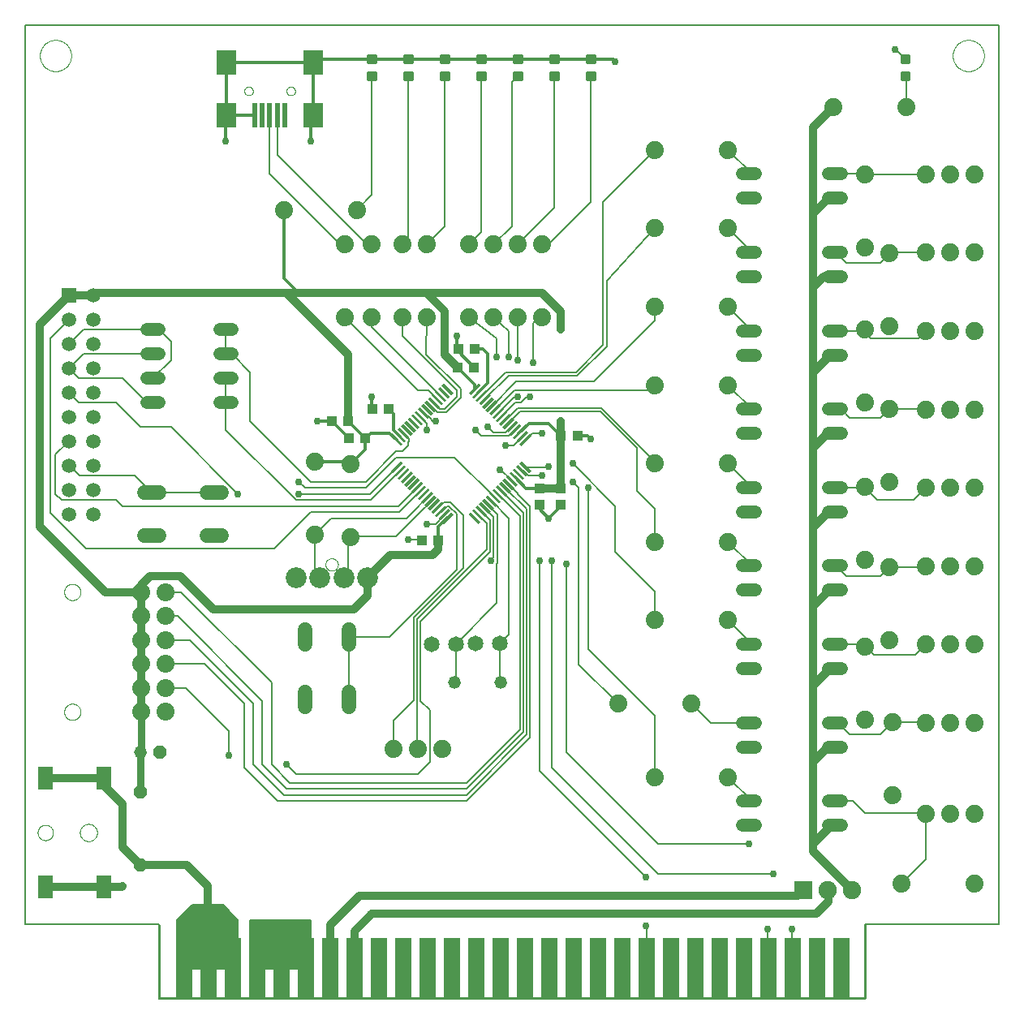
<source format=gtl>
G75*
%MOIN*%
%OFA0B0*%
%FSLAX25Y25*%
%IPPOS*%
%LPD*%
%AMOC8*
5,1,8,0,0,1.08239X$1,22.5*
%
%ADD10C,0.00600*%
%ADD11C,0.00000*%
%ADD12R,0.05709X0.01181*%
%ADD13R,0.05937X0.05937*%
%ADD14C,0.05937*%
%ADD15R,0.01969X0.09843*%
%ADD16R,0.07874X0.09843*%
%ADD17R,0.06500X0.25000*%
%ADD18C,0.00500*%
%ADD19C,0.07382*%
%ADD20R,0.05906X0.09449*%
%ADD21C,0.07400*%
%ADD22C,0.05200*%
%ADD23R,0.07500X0.07500*%
%ADD24C,0.07500*%
%ADD25C,0.05200*%
%ADD26R,0.04331X0.03937*%
%ADD27R,0.03937X0.04331*%
%ADD28C,0.01181*%
%ADD29C,0.06000*%
%ADD30C,0.06500*%
%ADD31C,0.08600*%
%ADD32OC8,0.05200*%
%ADD33C,0.03569*%
%ADD34C,0.02978*%
%ADD35C,0.01200*%
%ADD36C,0.03200*%
%ADD37C,0.03000*%
D10*
X0001300Y0035361D02*
X0056418Y0035361D01*
X0056418Y0004652D01*
X0346182Y0004652D01*
X0346182Y0035361D01*
X0401300Y0035361D01*
X0401300Y0404652D01*
X0001300Y0404652D01*
X0001300Y0035361D01*
X0063800Y0035176D02*
X0088800Y0035176D01*
X0088800Y0034578D02*
X0063800Y0034578D01*
X0063800Y0033979D02*
X0088800Y0033979D01*
X0088800Y0033381D02*
X0063800Y0033381D01*
X0063800Y0032782D02*
X0088800Y0032782D01*
X0088800Y0032184D02*
X0063800Y0032184D01*
X0063800Y0031585D02*
X0088800Y0031585D01*
X0088800Y0030986D02*
X0063800Y0030986D01*
X0063800Y0030388D02*
X0088800Y0030388D01*
X0088800Y0029789D02*
X0063800Y0029789D01*
X0063800Y0029191D02*
X0088800Y0029191D01*
X0088800Y0028592D02*
X0063800Y0028592D01*
X0063800Y0027994D02*
X0088800Y0027994D01*
X0088800Y0027395D02*
X0063800Y0027395D01*
X0063800Y0026797D02*
X0088800Y0026797D01*
X0088800Y0026198D02*
X0063800Y0026198D01*
X0063800Y0025600D02*
X0088800Y0025600D01*
X0088800Y0025001D02*
X0063800Y0025001D01*
X0063800Y0024403D02*
X0088800Y0024403D01*
X0088800Y0023804D02*
X0063800Y0023804D01*
X0063800Y0023206D02*
X0088800Y0023206D01*
X0088800Y0022607D02*
X0063800Y0022607D01*
X0063800Y0022009D02*
X0088800Y0022009D01*
X0088800Y0021410D02*
X0063800Y0021410D01*
X0063800Y0020812D02*
X0088800Y0020812D01*
X0088800Y0020213D02*
X0063800Y0020213D01*
X0063800Y0019615D02*
X0088800Y0019615D01*
X0088800Y0019016D02*
X0063800Y0019016D01*
X0063800Y0018418D02*
X0088800Y0018418D01*
X0088800Y0017819D02*
X0063800Y0017819D01*
X0063800Y0017221D02*
X0088800Y0017221D01*
X0088800Y0017152D02*
X0063800Y0017152D01*
X0063800Y0037152D01*
X0070050Y0043402D01*
X0082550Y0043402D01*
X0088800Y0037152D01*
X0088800Y0017152D01*
X0093800Y0017152D02*
X0118800Y0017152D01*
X0118800Y0037152D01*
X0093800Y0037152D01*
X0093800Y0017152D01*
X0093800Y0017221D02*
X0118800Y0017221D01*
X0118800Y0017819D02*
X0093800Y0017819D01*
X0093800Y0018418D02*
X0118800Y0018418D01*
X0118800Y0019016D02*
X0093800Y0019016D01*
X0093800Y0019615D02*
X0118800Y0019615D01*
X0118800Y0020213D02*
X0093800Y0020213D01*
X0093800Y0020812D02*
X0118800Y0020812D01*
X0118800Y0021410D02*
X0093800Y0021410D01*
X0093800Y0022009D02*
X0118800Y0022009D01*
X0118800Y0022607D02*
X0093800Y0022607D01*
X0093800Y0023206D02*
X0118800Y0023206D01*
X0118800Y0023804D02*
X0093800Y0023804D01*
X0093800Y0024403D02*
X0118800Y0024403D01*
X0118800Y0025001D02*
X0093800Y0025001D01*
X0093800Y0025600D02*
X0118800Y0025600D01*
X0118800Y0026198D02*
X0093800Y0026198D01*
X0093800Y0026797D02*
X0118800Y0026797D01*
X0118800Y0027395D02*
X0093800Y0027395D01*
X0093800Y0027994D02*
X0118800Y0027994D01*
X0118800Y0028592D02*
X0093800Y0028592D01*
X0093800Y0029191D02*
X0118800Y0029191D01*
X0118800Y0029789D02*
X0093800Y0029789D01*
X0093800Y0030388D02*
X0118800Y0030388D01*
X0118800Y0030986D02*
X0093800Y0030986D01*
X0093800Y0031585D02*
X0118800Y0031585D01*
X0118800Y0032184D02*
X0093800Y0032184D01*
X0093800Y0032782D02*
X0118800Y0032782D01*
X0118800Y0033381D02*
X0093800Y0033381D01*
X0093800Y0033979D02*
X0118800Y0033979D01*
X0118800Y0034578D02*
X0093800Y0034578D01*
X0093800Y0035176D02*
X0118800Y0035176D01*
X0118800Y0035775D02*
X0093800Y0035775D01*
X0093800Y0036373D02*
X0118800Y0036373D01*
X0118800Y0036972D02*
X0093800Y0036972D01*
X0088800Y0036972D02*
X0063800Y0036972D01*
X0063800Y0036373D02*
X0088800Y0036373D01*
X0088800Y0035775D02*
X0063800Y0035775D01*
X0064218Y0037570D02*
X0088382Y0037570D01*
X0087783Y0038169D02*
X0064817Y0038169D01*
X0065415Y0038767D02*
X0087185Y0038767D01*
X0086586Y0039366D02*
X0066014Y0039366D01*
X0066612Y0039964D02*
X0085988Y0039964D01*
X0085389Y0040563D02*
X0067211Y0040563D01*
X0067809Y0041161D02*
X0084791Y0041161D01*
X0084192Y0041760D02*
X0068408Y0041760D01*
X0069006Y0042358D02*
X0083594Y0042358D01*
X0082995Y0042957D02*
X0069605Y0042957D01*
X0105050Y0085902D02*
X0091300Y0099652D01*
X0091300Y0125902D01*
X0074951Y0142251D01*
X0058819Y0142251D01*
X0058819Y0152094D02*
X0068858Y0152094D01*
X0095050Y0125902D01*
X0095050Y0100902D01*
X0107550Y0088402D01*
X0182550Y0088402D01*
X0207393Y0113245D01*
X0207393Y0205839D01*
X0198474Y0214758D01*
X0199866Y0216149D02*
X0203800Y0212216D01*
X0203800Y0212152D01*
X0208800Y0207152D01*
X0208800Y0112152D01*
X0182550Y0085902D01*
X0105050Y0085902D01*
X0108800Y0090902D02*
X0098800Y0100902D01*
X0098800Y0127152D01*
X0064016Y0161936D01*
X0058819Y0161936D01*
X0058819Y0171779D02*
X0065423Y0171779D01*
X0102550Y0134652D01*
X0102550Y0100902D01*
X0110050Y0093402D01*
X0182550Y0093402D01*
X0204579Y0115431D01*
X0204579Y0203085D01*
X0195690Y0211974D01*
X0194298Y0210582D02*
X0177728Y0227152D01*
X0153800Y0227152D01*
X0141300Y0214652D01*
X0116300Y0214652D01*
X0113800Y0217152D01*
X0118800Y0217152D02*
X0093800Y0242152D01*
X0093800Y0262152D01*
X0086300Y0269652D01*
X0083800Y0269652D01*
X0083800Y0279652D01*
X0083800Y0259652D02*
X0083800Y0249652D01*
X0083800Y0238481D01*
X0112725Y0209556D01*
X0143163Y0209556D01*
X0155324Y0221717D01*
X0153932Y0223109D02*
X0142975Y0212152D01*
X0142550Y0212152D01*
X0113800Y0212152D01*
X0118800Y0217152D02*
X0141300Y0217152D01*
X0153800Y0229652D01*
X0156300Y0229652D01*
X0158800Y0232152D01*
X0158800Y0233510D01*
X0158867Y0233577D01*
X0158867Y0234878D01*
X0156716Y0237029D01*
X0163676Y0243605D02*
X0165827Y0241454D01*
X0165827Y0241375D01*
X0166300Y0240902D01*
X0166300Y0238402D01*
X0168800Y0242152D02*
X0170050Y0242152D01*
X0168800Y0242152D02*
X0167723Y0243229D01*
X0167602Y0243229D01*
X0165451Y0245380D01*
X0165068Y0245380D01*
X0163676Y0243988D02*
X0163676Y0243605D01*
X0167852Y0248164D02*
X0168235Y0248164D01*
X0170654Y0245745D01*
X0174383Y0245745D01*
X0180207Y0251569D01*
X0180207Y0255235D01*
X0166067Y0269375D01*
X0166300Y0284652D01*
X0156300Y0284652D02*
X0156300Y0277152D01*
X0178800Y0254652D01*
X0178800Y0252152D01*
X0173800Y0247152D01*
X0171648Y0247152D01*
X0169243Y0249556D01*
X0170635Y0250948D02*
X0166931Y0254652D01*
X0162550Y0254652D01*
X0132550Y0284652D01*
X0143800Y0284652D02*
X0143800Y0280567D01*
X0172027Y0252340D01*
X0188731Y0252340D02*
X0188988Y0252340D01*
X0198800Y0262152D01*
X0227550Y0262152D01*
X0238800Y0273402D01*
X0238800Y0332152D01*
X0260050Y0353402D01*
X0290050Y0353402D02*
X0299950Y0343502D01*
X0301300Y0343502D01*
X0290050Y0321202D02*
X0299950Y0311302D01*
X0301300Y0311302D01*
X0290050Y0289002D02*
X0299950Y0279102D01*
X0301300Y0279102D01*
X0290050Y0256802D02*
X0299950Y0246902D01*
X0301300Y0246902D01*
X0290050Y0224602D02*
X0299950Y0214702D01*
X0301300Y0214702D01*
X0290050Y0192402D02*
X0299950Y0182502D01*
X0301300Y0182502D01*
X0290050Y0160202D02*
X0299950Y0150302D01*
X0301300Y0150302D01*
X0275050Y0125902D02*
X0282850Y0118102D01*
X0301300Y0118102D01*
X0290050Y0095802D02*
X0299950Y0085902D01*
X0301300Y0085902D01*
X0298800Y0068402D02*
X0261300Y0068402D01*
X0223800Y0105902D01*
X0223800Y0183402D01*
X0217550Y0184652D02*
X0217550Y0099652D01*
X0261300Y0055902D01*
X0308800Y0055902D01*
X0306300Y0033402D02*
X0306300Y0017694D01*
X0306494Y0017500D01*
X0316300Y0017694D02*
X0316300Y0033402D01*
X0316300Y0017694D02*
X0316494Y0017500D01*
X0361300Y0052152D02*
X0371300Y0062152D01*
X0371300Y0080802D01*
X0371200Y0080902D01*
X0346300Y0080902D01*
X0341300Y0085902D01*
X0331300Y0085902D01*
X0340050Y0113402D02*
X0352550Y0113402D01*
X0357550Y0118402D01*
X0370900Y0118402D01*
X0371300Y0118002D01*
X0367000Y0145902D02*
X0350050Y0145902D01*
X0346500Y0149452D01*
X0346300Y0149452D01*
X0345450Y0150302D01*
X0331300Y0150302D01*
X0338800Y0178402D02*
X0352550Y0178402D01*
X0356300Y0182152D01*
X0371050Y0182152D01*
X0371300Y0182402D01*
X0356300Y0182152D02*
X0355950Y0182502D01*
X0338800Y0178402D02*
X0334700Y0182502D01*
X0331300Y0182502D01*
X0351300Y0209652D02*
X0366350Y0209652D01*
X0371300Y0214602D01*
X0351300Y0209652D02*
X0346300Y0214652D01*
X0346300Y0215102D01*
X0345900Y0214702D01*
X0331300Y0214702D01*
X0340050Y0243402D02*
X0352550Y0243402D01*
X0356300Y0247152D01*
X0370950Y0247152D01*
X0371300Y0246802D01*
X0356300Y0247152D02*
X0356050Y0246902D01*
X0340050Y0243402D02*
X0336550Y0246902D01*
X0331300Y0246902D01*
X0348800Y0275902D02*
X0368200Y0275902D01*
X0371300Y0279002D01*
X0348800Y0275902D02*
X0345200Y0279502D01*
X0346300Y0279502D01*
X0344650Y0279102D01*
X0331300Y0279102D01*
X0338800Y0307152D02*
X0352550Y0307152D01*
X0356300Y0310902D01*
X0359100Y0311202D01*
X0371300Y0311202D01*
X0356300Y0310902D02*
X0353400Y0311302D01*
X0338800Y0307152D02*
X0334650Y0311302D01*
X0331300Y0311302D01*
X0331300Y0343502D02*
X0346200Y0343502D01*
X0346300Y0343402D01*
X0371300Y0343402D01*
X0363397Y0370917D02*
X0363397Y0383265D01*
X0362956Y0383706D01*
X0362956Y0390612D02*
X0358916Y0394652D01*
X0358800Y0394652D01*
X0260050Y0321202D02*
X0240207Y0299809D01*
X0240207Y0272819D01*
X0228133Y0260745D01*
X0199919Y0260745D01*
X0190123Y0250948D01*
X0188988Y0252340D02*
X0188731Y0252340D01*
X0188731Y0252710D01*
X0192906Y0248164D02*
X0203144Y0258402D01*
X0235050Y0258402D01*
X0260050Y0283402D01*
X0260050Y0289002D01*
X0260050Y0256802D02*
X0261300Y0254652D01*
X0202178Y0254652D01*
X0194298Y0246772D01*
X0195690Y0245380D02*
X0202462Y0252152D01*
X0203800Y0252152D01*
X0204875Y0249556D02*
X0207471Y0252152D01*
X0208800Y0252152D01*
X0204875Y0249556D02*
X0202650Y0249556D01*
X0197082Y0243988D01*
X0198474Y0242596D02*
X0198857Y0242596D01*
X0203570Y0247309D01*
X0238133Y0247309D01*
X0258290Y0227152D01*
X0258800Y0227152D01*
X0260050Y0225902D01*
X0260050Y0224602D01*
X0252550Y0230902D02*
X0237550Y0245902D01*
X0204564Y0245902D01*
X0199866Y0241204D01*
X0201258Y0239812D02*
X0198755Y0237309D01*
X0193643Y0237309D01*
X0191300Y0239652D01*
X0188800Y0235902D02*
X0200132Y0235902D01*
X0202650Y0238421D01*
X0205434Y0235637D02*
X0201949Y0232152D01*
X0198800Y0232152D01*
X0206826Y0234245D02*
X0209733Y0237152D01*
X0213800Y0237152D01*
X0216300Y0223402D02*
X0216007Y0223109D01*
X0206826Y0223109D01*
X0205817Y0221717D02*
X0207968Y0219566D01*
X0208885Y0219566D01*
X0208971Y0219652D01*
X0213800Y0219652D01*
X0205817Y0221717D02*
X0205434Y0221717D01*
X0201258Y0217541D02*
X0196648Y0222152D01*
X0196300Y0222152D01*
X0197082Y0213366D02*
X0205986Y0204462D01*
X0205986Y0114338D01*
X0182550Y0090902D01*
X0108800Y0090902D01*
X0112550Y0097152D02*
X0108800Y0100902D01*
X0112550Y0097152D02*
X0162550Y0097152D01*
X0167550Y0102152D01*
X0167550Y0123402D01*
X0163800Y0127152D01*
X0163800Y0159652D01*
X0192393Y0188245D01*
X0192393Y0201352D01*
X0188731Y0205014D01*
X0190123Y0206023D02*
X0190123Y0206406D01*
X0193800Y0202728D01*
X0193800Y0185902D01*
X0192550Y0184652D01*
X0195050Y0183481D02*
X0195050Y0167300D01*
X0178233Y0150483D01*
X0178233Y0135174D01*
X0177691Y0134632D01*
X0196313Y0135010D02*
X0196313Y0150745D01*
X0200050Y0154482D01*
X0200050Y0202152D01*
X0193012Y0209190D01*
X0192906Y0209190D01*
X0191515Y0207798D02*
X0191515Y0207415D01*
X0195207Y0203722D01*
X0195207Y0183638D01*
X0195050Y0183481D01*
X0190986Y0189338D02*
X0162393Y0160745D01*
X0162393Y0107551D01*
X0162590Y0107354D01*
X0152590Y0107354D02*
X0152590Y0119070D01*
X0160986Y0127466D01*
X0160986Y0161328D01*
X0181300Y0181642D01*
X0181300Y0203334D01*
X0176061Y0208572D01*
X0173185Y0208572D01*
X0171018Y0206406D01*
X0170635Y0206406D01*
X0172027Y0205014D02*
X0172219Y0204822D01*
X0174561Y0207165D01*
X0175479Y0207165D01*
X0178800Y0203844D01*
X0178800Y0181132D01*
X0159935Y0162267D01*
X0151070Y0153402D01*
X0134224Y0153402D01*
X0134224Y0153409D01*
X0134224Y0153402D02*
X0134224Y0127809D01*
X0159579Y0161911D02*
X0159935Y0162267D01*
X0134124Y0180236D02*
X0134124Y0193358D01*
X0135065Y0194299D01*
X0135418Y0194652D01*
X0153800Y0194652D01*
X0165701Y0206552D01*
X0165701Y0206656D01*
X0167852Y0208807D01*
X0167852Y0209190D01*
X0166460Y0210582D02*
X0160915Y0205037D01*
X0158030Y0202152D01*
X0127145Y0202152D01*
X0120226Y0195233D01*
X0120406Y0195053D01*
X0120406Y0180236D01*
X0122343Y0178298D01*
X0122343Y0177802D01*
X0132186Y0177802D02*
X0132186Y0178298D01*
X0134124Y0180236D01*
X0158800Y0193402D02*
X0164093Y0193402D01*
X0164444Y0193051D01*
X0166300Y0199652D02*
X0166416Y0199768D01*
X0169934Y0199768D01*
X0173419Y0203252D01*
X0173419Y0203622D01*
X0163676Y0213366D02*
X0154962Y0204652D01*
X0118800Y0204652D01*
X0103800Y0189652D01*
X0026300Y0189652D01*
X0011507Y0204445D01*
X0011507Y0275951D01*
X0019309Y0283753D01*
X0025208Y0279652D02*
X0019309Y0273753D01*
X0025208Y0269652D02*
X0053800Y0269652D01*
X0061300Y0267152D02*
X0053800Y0259652D01*
X0053800Y0249652D02*
X0051300Y0249652D01*
X0041300Y0259652D01*
X0023410Y0259652D01*
X0019309Y0263753D01*
X0025208Y0269652D01*
X0025208Y0279652D02*
X0053800Y0279652D01*
X0056300Y0279652D01*
X0061300Y0274652D01*
X0061300Y0267152D01*
X0061300Y0239652D02*
X0048800Y0239652D01*
X0038800Y0249652D01*
X0023410Y0249652D01*
X0019309Y0253753D01*
X0019309Y0233753D02*
X0013800Y0228244D01*
X0013800Y0212152D01*
X0016300Y0209652D01*
X0038800Y0209652D01*
X0041300Y0207152D01*
X0154678Y0207152D01*
X0162284Y0214758D01*
X0160915Y0205037D02*
X0160530Y0204652D01*
X0142975Y0212152D02*
X0142550Y0212152D01*
X0187339Y0203622D02*
X0190986Y0199975D01*
X0190986Y0189338D01*
X0212550Y0184652D02*
X0212550Y0098402D01*
X0256300Y0054652D01*
X0256300Y0034652D02*
X0256494Y0034458D01*
X0256494Y0017500D01*
X0260050Y0095802D02*
X0260050Y0120902D01*
X0232550Y0148402D01*
X0232550Y0214652D01*
X0228800Y0214652D02*
X0226300Y0217152D01*
X0228800Y0214652D02*
X0228800Y0142152D01*
X0245050Y0125902D01*
X0260050Y0160202D02*
X0260050Y0172152D01*
X0243800Y0188402D01*
X0243800Y0207152D01*
X0226300Y0224652D01*
X0252550Y0230902D02*
X0252550Y0213402D01*
X0260050Y0205902D01*
X0260050Y0192402D01*
X0196691Y0134632D02*
X0196313Y0135010D01*
X0205986Y0114652D02*
X0205986Y0114338D01*
X0088800Y0212152D02*
X0061300Y0239652D01*
X0046421Y0219652D02*
X0053296Y0212777D01*
X0078896Y0212777D01*
X0046421Y0219652D02*
X0023800Y0219652D01*
X0019699Y0223753D01*
X0019309Y0223753D01*
X0058819Y0171779D02*
X0061673Y0171779D01*
X0058819Y0132409D02*
X0067293Y0132409D01*
X0085050Y0114652D01*
X0085050Y0104652D01*
X0188800Y0235902D02*
X0186300Y0238402D01*
X0203800Y0267152D02*
X0203800Y0284652D01*
X0210050Y0282292D02*
X0210050Y0277292D01*
X0210050Y0277152D01*
X0210050Y0265902D01*
X0200050Y0268402D02*
X0200050Y0279050D01*
X0193800Y0284652D01*
X0195050Y0275873D02*
X0183800Y0284652D01*
X0195050Y0275873D02*
X0195050Y0268402D01*
X0210050Y0282292D02*
X0213800Y0284652D01*
X0213800Y0314652D02*
X0216300Y0314652D01*
X0233800Y0332152D01*
X0233800Y0383699D01*
X0218800Y0383699D02*
X0218800Y0329652D01*
X0203800Y0314652D01*
X0201300Y0322152D02*
X0201300Y0381199D01*
X0203800Y0383699D01*
X0188800Y0383699D02*
X0188800Y0319652D01*
X0183800Y0314652D01*
X0173800Y0322152D02*
X0173800Y0383699D01*
X0158800Y0383699D02*
X0158800Y0317152D01*
X0156300Y0314652D01*
X0166300Y0314652D02*
X0173800Y0322152D01*
X0193800Y0314652D02*
X0201300Y0322152D01*
X0143800Y0314652D02*
X0141536Y0314652D01*
X0104935Y0351253D01*
X0104935Y0367778D01*
X0101785Y0367778D02*
X0101785Y0343630D01*
X0130763Y0314652D01*
X0132550Y0314652D01*
X0137678Y0328784D02*
X0143800Y0334906D01*
X0143800Y0383699D01*
X0371300Y0150202D02*
X0367000Y0145902D01*
X0335350Y0118102D02*
X0340050Y0113402D01*
X0335350Y0118102D02*
X0331300Y0118102D01*
D11*
X0124706Y0183077D02*
X0124708Y0183178D01*
X0124714Y0183279D01*
X0124724Y0183380D01*
X0124738Y0183480D01*
X0124756Y0183579D01*
X0124778Y0183678D01*
X0124803Y0183776D01*
X0124833Y0183873D01*
X0124866Y0183968D01*
X0124903Y0184062D01*
X0124944Y0184155D01*
X0124988Y0184246D01*
X0125036Y0184335D01*
X0125088Y0184422D01*
X0125143Y0184507D01*
X0125201Y0184589D01*
X0125262Y0184670D01*
X0125327Y0184748D01*
X0125394Y0184823D01*
X0125464Y0184895D01*
X0125538Y0184965D01*
X0125614Y0185032D01*
X0125692Y0185096D01*
X0125773Y0185156D01*
X0125856Y0185213D01*
X0125942Y0185267D01*
X0126030Y0185318D01*
X0126119Y0185365D01*
X0126210Y0185409D01*
X0126303Y0185448D01*
X0126398Y0185485D01*
X0126493Y0185517D01*
X0126590Y0185546D01*
X0126689Y0185570D01*
X0126787Y0185591D01*
X0126887Y0185608D01*
X0126987Y0185621D01*
X0127088Y0185630D01*
X0127189Y0185635D01*
X0127290Y0185636D01*
X0127391Y0185633D01*
X0127492Y0185626D01*
X0127593Y0185615D01*
X0127693Y0185600D01*
X0127792Y0185581D01*
X0127891Y0185558D01*
X0127988Y0185532D01*
X0128085Y0185501D01*
X0128180Y0185467D01*
X0128273Y0185429D01*
X0128366Y0185387D01*
X0128456Y0185342D01*
X0128545Y0185293D01*
X0128631Y0185241D01*
X0128715Y0185185D01*
X0128798Y0185126D01*
X0128877Y0185064D01*
X0128955Y0184999D01*
X0129029Y0184931D01*
X0129101Y0184859D01*
X0129170Y0184786D01*
X0129236Y0184709D01*
X0129299Y0184630D01*
X0129359Y0184548D01*
X0129415Y0184464D01*
X0129468Y0184378D01*
X0129518Y0184290D01*
X0129564Y0184200D01*
X0129607Y0184109D01*
X0129646Y0184015D01*
X0129681Y0183920D01*
X0129712Y0183824D01*
X0129740Y0183727D01*
X0129764Y0183629D01*
X0129784Y0183530D01*
X0129800Y0183430D01*
X0129812Y0183329D01*
X0129820Y0183229D01*
X0129824Y0183128D01*
X0129824Y0183026D01*
X0129820Y0182925D01*
X0129812Y0182825D01*
X0129800Y0182724D01*
X0129784Y0182624D01*
X0129764Y0182525D01*
X0129740Y0182427D01*
X0129712Y0182330D01*
X0129681Y0182234D01*
X0129646Y0182139D01*
X0129607Y0182045D01*
X0129564Y0181954D01*
X0129518Y0181864D01*
X0129468Y0181776D01*
X0129415Y0181690D01*
X0129359Y0181606D01*
X0129299Y0181524D01*
X0129236Y0181445D01*
X0129170Y0181368D01*
X0129101Y0181295D01*
X0129029Y0181223D01*
X0128955Y0181155D01*
X0128877Y0181090D01*
X0128798Y0181028D01*
X0128715Y0180969D01*
X0128631Y0180913D01*
X0128544Y0180861D01*
X0128456Y0180812D01*
X0128366Y0180767D01*
X0128273Y0180725D01*
X0128180Y0180687D01*
X0128085Y0180653D01*
X0127988Y0180622D01*
X0127891Y0180596D01*
X0127792Y0180573D01*
X0127693Y0180554D01*
X0127593Y0180539D01*
X0127492Y0180528D01*
X0127391Y0180521D01*
X0127290Y0180518D01*
X0127189Y0180519D01*
X0127088Y0180524D01*
X0126987Y0180533D01*
X0126887Y0180546D01*
X0126787Y0180563D01*
X0126689Y0180584D01*
X0126590Y0180608D01*
X0126493Y0180637D01*
X0126398Y0180669D01*
X0126303Y0180706D01*
X0126210Y0180745D01*
X0126119Y0180789D01*
X0126030Y0180836D01*
X0125942Y0180887D01*
X0125856Y0180941D01*
X0125773Y0180998D01*
X0125692Y0181058D01*
X0125614Y0181122D01*
X0125538Y0181189D01*
X0125464Y0181259D01*
X0125394Y0181331D01*
X0125327Y0181406D01*
X0125262Y0181484D01*
X0125201Y0181565D01*
X0125143Y0181647D01*
X0125088Y0181732D01*
X0125036Y0181819D01*
X0124988Y0181908D01*
X0124944Y0181999D01*
X0124903Y0182092D01*
X0124866Y0182186D01*
X0124833Y0182281D01*
X0124803Y0182378D01*
X0124778Y0182476D01*
X0124756Y0182575D01*
X0124738Y0182674D01*
X0124724Y0182774D01*
X0124714Y0182875D01*
X0124708Y0182976D01*
X0124706Y0183077D01*
X0017362Y0171779D02*
X0017364Y0171894D01*
X0017370Y0172010D01*
X0017380Y0172125D01*
X0017394Y0172240D01*
X0017412Y0172354D01*
X0017434Y0172467D01*
X0017459Y0172580D01*
X0017489Y0172691D01*
X0017522Y0172802D01*
X0017559Y0172911D01*
X0017600Y0173019D01*
X0017645Y0173126D01*
X0017693Y0173231D01*
X0017745Y0173334D01*
X0017801Y0173435D01*
X0017860Y0173535D01*
X0017922Y0173632D01*
X0017988Y0173727D01*
X0018056Y0173820D01*
X0018128Y0173910D01*
X0018203Y0173998D01*
X0018282Y0174083D01*
X0018363Y0174165D01*
X0018446Y0174245D01*
X0018533Y0174321D01*
X0018622Y0174395D01*
X0018713Y0174465D01*
X0018807Y0174533D01*
X0018903Y0174597D01*
X0019002Y0174657D01*
X0019102Y0174714D01*
X0019204Y0174768D01*
X0019308Y0174818D01*
X0019414Y0174865D01*
X0019521Y0174908D01*
X0019630Y0174947D01*
X0019740Y0174982D01*
X0019851Y0175013D01*
X0019963Y0175041D01*
X0020076Y0175065D01*
X0020190Y0175085D01*
X0020305Y0175101D01*
X0020420Y0175113D01*
X0020535Y0175121D01*
X0020650Y0175125D01*
X0020766Y0175125D01*
X0020881Y0175121D01*
X0020996Y0175113D01*
X0021111Y0175101D01*
X0021226Y0175085D01*
X0021340Y0175065D01*
X0021453Y0175041D01*
X0021565Y0175013D01*
X0021676Y0174982D01*
X0021786Y0174947D01*
X0021895Y0174908D01*
X0022002Y0174865D01*
X0022108Y0174818D01*
X0022212Y0174768D01*
X0022314Y0174714D01*
X0022414Y0174657D01*
X0022513Y0174597D01*
X0022609Y0174533D01*
X0022703Y0174465D01*
X0022794Y0174395D01*
X0022883Y0174321D01*
X0022970Y0174245D01*
X0023053Y0174165D01*
X0023134Y0174083D01*
X0023213Y0173998D01*
X0023288Y0173910D01*
X0023360Y0173820D01*
X0023428Y0173727D01*
X0023494Y0173632D01*
X0023556Y0173535D01*
X0023615Y0173435D01*
X0023671Y0173334D01*
X0023723Y0173231D01*
X0023771Y0173126D01*
X0023816Y0173019D01*
X0023857Y0172911D01*
X0023894Y0172802D01*
X0023927Y0172691D01*
X0023957Y0172580D01*
X0023982Y0172467D01*
X0024004Y0172354D01*
X0024022Y0172240D01*
X0024036Y0172125D01*
X0024046Y0172010D01*
X0024052Y0171894D01*
X0024054Y0171779D01*
X0024052Y0171664D01*
X0024046Y0171548D01*
X0024036Y0171433D01*
X0024022Y0171318D01*
X0024004Y0171204D01*
X0023982Y0171091D01*
X0023957Y0170978D01*
X0023927Y0170867D01*
X0023894Y0170756D01*
X0023857Y0170647D01*
X0023816Y0170539D01*
X0023771Y0170432D01*
X0023723Y0170327D01*
X0023671Y0170224D01*
X0023615Y0170123D01*
X0023556Y0170023D01*
X0023494Y0169926D01*
X0023428Y0169831D01*
X0023360Y0169738D01*
X0023288Y0169648D01*
X0023213Y0169560D01*
X0023134Y0169475D01*
X0023053Y0169393D01*
X0022970Y0169313D01*
X0022883Y0169237D01*
X0022794Y0169163D01*
X0022703Y0169093D01*
X0022609Y0169025D01*
X0022513Y0168961D01*
X0022414Y0168901D01*
X0022314Y0168844D01*
X0022212Y0168790D01*
X0022108Y0168740D01*
X0022002Y0168693D01*
X0021895Y0168650D01*
X0021786Y0168611D01*
X0021676Y0168576D01*
X0021565Y0168545D01*
X0021453Y0168517D01*
X0021340Y0168493D01*
X0021226Y0168473D01*
X0021111Y0168457D01*
X0020996Y0168445D01*
X0020881Y0168437D01*
X0020766Y0168433D01*
X0020650Y0168433D01*
X0020535Y0168437D01*
X0020420Y0168445D01*
X0020305Y0168457D01*
X0020190Y0168473D01*
X0020076Y0168493D01*
X0019963Y0168517D01*
X0019851Y0168545D01*
X0019740Y0168576D01*
X0019630Y0168611D01*
X0019521Y0168650D01*
X0019414Y0168693D01*
X0019308Y0168740D01*
X0019204Y0168790D01*
X0019102Y0168844D01*
X0019002Y0168901D01*
X0018903Y0168961D01*
X0018807Y0169025D01*
X0018713Y0169093D01*
X0018622Y0169163D01*
X0018533Y0169237D01*
X0018446Y0169313D01*
X0018363Y0169393D01*
X0018282Y0169475D01*
X0018203Y0169560D01*
X0018128Y0169648D01*
X0018056Y0169738D01*
X0017988Y0169831D01*
X0017922Y0169926D01*
X0017860Y0170023D01*
X0017801Y0170123D01*
X0017745Y0170224D01*
X0017693Y0170327D01*
X0017645Y0170432D01*
X0017600Y0170539D01*
X0017559Y0170647D01*
X0017522Y0170756D01*
X0017489Y0170867D01*
X0017459Y0170978D01*
X0017434Y0171091D01*
X0017412Y0171204D01*
X0017394Y0171318D01*
X0017380Y0171433D01*
X0017370Y0171548D01*
X0017364Y0171664D01*
X0017362Y0171779D01*
X0017362Y0122566D02*
X0017364Y0122681D01*
X0017370Y0122797D01*
X0017380Y0122912D01*
X0017394Y0123027D01*
X0017412Y0123141D01*
X0017434Y0123254D01*
X0017459Y0123367D01*
X0017489Y0123478D01*
X0017522Y0123589D01*
X0017559Y0123698D01*
X0017600Y0123806D01*
X0017645Y0123913D01*
X0017693Y0124018D01*
X0017745Y0124121D01*
X0017801Y0124222D01*
X0017860Y0124322D01*
X0017922Y0124419D01*
X0017988Y0124514D01*
X0018056Y0124607D01*
X0018128Y0124697D01*
X0018203Y0124785D01*
X0018282Y0124870D01*
X0018363Y0124952D01*
X0018446Y0125032D01*
X0018533Y0125108D01*
X0018622Y0125182D01*
X0018713Y0125252D01*
X0018807Y0125320D01*
X0018903Y0125384D01*
X0019002Y0125444D01*
X0019102Y0125501D01*
X0019204Y0125555D01*
X0019308Y0125605D01*
X0019414Y0125652D01*
X0019521Y0125695D01*
X0019630Y0125734D01*
X0019740Y0125769D01*
X0019851Y0125800D01*
X0019963Y0125828D01*
X0020076Y0125852D01*
X0020190Y0125872D01*
X0020305Y0125888D01*
X0020420Y0125900D01*
X0020535Y0125908D01*
X0020650Y0125912D01*
X0020766Y0125912D01*
X0020881Y0125908D01*
X0020996Y0125900D01*
X0021111Y0125888D01*
X0021226Y0125872D01*
X0021340Y0125852D01*
X0021453Y0125828D01*
X0021565Y0125800D01*
X0021676Y0125769D01*
X0021786Y0125734D01*
X0021895Y0125695D01*
X0022002Y0125652D01*
X0022108Y0125605D01*
X0022212Y0125555D01*
X0022314Y0125501D01*
X0022414Y0125444D01*
X0022513Y0125384D01*
X0022609Y0125320D01*
X0022703Y0125252D01*
X0022794Y0125182D01*
X0022883Y0125108D01*
X0022970Y0125032D01*
X0023053Y0124952D01*
X0023134Y0124870D01*
X0023213Y0124785D01*
X0023288Y0124697D01*
X0023360Y0124607D01*
X0023428Y0124514D01*
X0023494Y0124419D01*
X0023556Y0124322D01*
X0023615Y0124222D01*
X0023671Y0124121D01*
X0023723Y0124018D01*
X0023771Y0123913D01*
X0023816Y0123806D01*
X0023857Y0123698D01*
X0023894Y0123589D01*
X0023927Y0123478D01*
X0023957Y0123367D01*
X0023982Y0123254D01*
X0024004Y0123141D01*
X0024022Y0123027D01*
X0024036Y0122912D01*
X0024046Y0122797D01*
X0024052Y0122681D01*
X0024054Y0122566D01*
X0024052Y0122451D01*
X0024046Y0122335D01*
X0024036Y0122220D01*
X0024022Y0122105D01*
X0024004Y0121991D01*
X0023982Y0121878D01*
X0023957Y0121765D01*
X0023927Y0121654D01*
X0023894Y0121543D01*
X0023857Y0121434D01*
X0023816Y0121326D01*
X0023771Y0121219D01*
X0023723Y0121114D01*
X0023671Y0121011D01*
X0023615Y0120910D01*
X0023556Y0120810D01*
X0023494Y0120713D01*
X0023428Y0120618D01*
X0023360Y0120525D01*
X0023288Y0120435D01*
X0023213Y0120347D01*
X0023134Y0120262D01*
X0023053Y0120180D01*
X0022970Y0120100D01*
X0022883Y0120024D01*
X0022794Y0119950D01*
X0022703Y0119880D01*
X0022609Y0119812D01*
X0022513Y0119748D01*
X0022414Y0119688D01*
X0022314Y0119631D01*
X0022212Y0119577D01*
X0022108Y0119527D01*
X0022002Y0119480D01*
X0021895Y0119437D01*
X0021786Y0119398D01*
X0021676Y0119363D01*
X0021565Y0119332D01*
X0021453Y0119304D01*
X0021340Y0119280D01*
X0021226Y0119260D01*
X0021111Y0119244D01*
X0020996Y0119232D01*
X0020881Y0119224D01*
X0020766Y0119220D01*
X0020650Y0119220D01*
X0020535Y0119224D01*
X0020420Y0119232D01*
X0020305Y0119244D01*
X0020190Y0119260D01*
X0020076Y0119280D01*
X0019963Y0119304D01*
X0019851Y0119332D01*
X0019740Y0119363D01*
X0019630Y0119398D01*
X0019521Y0119437D01*
X0019414Y0119480D01*
X0019308Y0119527D01*
X0019204Y0119577D01*
X0019102Y0119631D01*
X0019002Y0119688D01*
X0018903Y0119748D01*
X0018807Y0119812D01*
X0018713Y0119880D01*
X0018622Y0119950D01*
X0018533Y0120024D01*
X0018446Y0120100D01*
X0018363Y0120180D01*
X0018282Y0120262D01*
X0018203Y0120347D01*
X0018128Y0120435D01*
X0018056Y0120525D01*
X0017988Y0120618D01*
X0017922Y0120713D01*
X0017860Y0120810D01*
X0017801Y0120910D01*
X0017745Y0121011D01*
X0017693Y0121114D01*
X0017645Y0121219D01*
X0017600Y0121326D01*
X0017559Y0121434D01*
X0017522Y0121543D01*
X0017489Y0121654D01*
X0017459Y0121765D01*
X0017434Y0121878D01*
X0017412Y0121991D01*
X0017394Y0122105D01*
X0017380Y0122220D01*
X0017370Y0122335D01*
X0017364Y0122451D01*
X0017362Y0122566D01*
X0006474Y0072969D02*
X0006476Y0073081D01*
X0006482Y0073192D01*
X0006492Y0073304D01*
X0006506Y0073415D01*
X0006523Y0073525D01*
X0006545Y0073635D01*
X0006571Y0073744D01*
X0006600Y0073852D01*
X0006633Y0073958D01*
X0006670Y0074064D01*
X0006711Y0074168D01*
X0006756Y0074271D01*
X0006804Y0074372D01*
X0006855Y0074471D01*
X0006910Y0074568D01*
X0006969Y0074663D01*
X0007030Y0074757D01*
X0007095Y0074848D01*
X0007164Y0074936D01*
X0007235Y0075022D01*
X0007309Y0075106D01*
X0007387Y0075186D01*
X0007467Y0075264D01*
X0007550Y0075340D01*
X0007635Y0075412D01*
X0007723Y0075481D01*
X0007813Y0075547D01*
X0007906Y0075609D01*
X0008001Y0075669D01*
X0008098Y0075725D01*
X0008196Y0075777D01*
X0008297Y0075826D01*
X0008399Y0075871D01*
X0008503Y0075913D01*
X0008608Y0075951D01*
X0008715Y0075985D01*
X0008822Y0076015D01*
X0008931Y0076042D01*
X0009040Y0076064D01*
X0009151Y0076083D01*
X0009261Y0076098D01*
X0009373Y0076109D01*
X0009484Y0076116D01*
X0009596Y0076119D01*
X0009708Y0076118D01*
X0009820Y0076113D01*
X0009931Y0076104D01*
X0010042Y0076091D01*
X0010153Y0076074D01*
X0010263Y0076054D01*
X0010372Y0076029D01*
X0010480Y0076001D01*
X0010587Y0075968D01*
X0010693Y0075932D01*
X0010797Y0075892D01*
X0010900Y0075849D01*
X0011002Y0075802D01*
X0011101Y0075751D01*
X0011199Y0075697D01*
X0011295Y0075639D01*
X0011389Y0075578D01*
X0011480Y0075514D01*
X0011569Y0075447D01*
X0011656Y0075376D01*
X0011740Y0075302D01*
X0011822Y0075226D01*
X0011900Y0075146D01*
X0011976Y0075064D01*
X0012049Y0074979D01*
X0012119Y0074892D01*
X0012185Y0074802D01*
X0012249Y0074710D01*
X0012309Y0074616D01*
X0012366Y0074520D01*
X0012419Y0074421D01*
X0012469Y0074321D01*
X0012515Y0074220D01*
X0012558Y0074116D01*
X0012597Y0074011D01*
X0012632Y0073905D01*
X0012663Y0073798D01*
X0012691Y0073689D01*
X0012714Y0073580D01*
X0012734Y0073470D01*
X0012750Y0073359D01*
X0012762Y0073248D01*
X0012770Y0073137D01*
X0012774Y0073025D01*
X0012774Y0072913D01*
X0012770Y0072801D01*
X0012762Y0072690D01*
X0012750Y0072579D01*
X0012734Y0072468D01*
X0012714Y0072358D01*
X0012691Y0072249D01*
X0012663Y0072140D01*
X0012632Y0072033D01*
X0012597Y0071927D01*
X0012558Y0071822D01*
X0012515Y0071718D01*
X0012469Y0071617D01*
X0012419Y0071517D01*
X0012366Y0071418D01*
X0012309Y0071322D01*
X0012249Y0071228D01*
X0012185Y0071136D01*
X0012119Y0071046D01*
X0012049Y0070959D01*
X0011976Y0070874D01*
X0011900Y0070792D01*
X0011822Y0070712D01*
X0011740Y0070636D01*
X0011656Y0070562D01*
X0011569Y0070491D01*
X0011480Y0070424D01*
X0011389Y0070360D01*
X0011295Y0070299D01*
X0011199Y0070241D01*
X0011101Y0070187D01*
X0011002Y0070136D01*
X0010900Y0070089D01*
X0010797Y0070046D01*
X0010693Y0070006D01*
X0010587Y0069970D01*
X0010480Y0069937D01*
X0010372Y0069909D01*
X0010263Y0069884D01*
X0010153Y0069864D01*
X0010042Y0069847D01*
X0009931Y0069834D01*
X0009820Y0069825D01*
X0009708Y0069820D01*
X0009596Y0069819D01*
X0009484Y0069822D01*
X0009373Y0069829D01*
X0009261Y0069840D01*
X0009151Y0069855D01*
X0009040Y0069874D01*
X0008931Y0069896D01*
X0008822Y0069923D01*
X0008715Y0069953D01*
X0008608Y0069987D01*
X0008503Y0070025D01*
X0008399Y0070067D01*
X0008297Y0070112D01*
X0008196Y0070161D01*
X0008098Y0070213D01*
X0008001Y0070269D01*
X0007906Y0070329D01*
X0007813Y0070391D01*
X0007723Y0070457D01*
X0007635Y0070526D01*
X0007550Y0070598D01*
X0007467Y0070674D01*
X0007387Y0070752D01*
X0007309Y0070832D01*
X0007235Y0070916D01*
X0007164Y0071002D01*
X0007095Y0071090D01*
X0007030Y0071181D01*
X0006969Y0071275D01*
X0006910Y0071370D01*
X0006855Y0071467D01*
X0006804Y0071566D01*
X0006756Y0071667D01*
X0006711Y0071770D01*
X0006670Y0071874D01*
X0006633Y0071980D01*
X0006600Y0072086D01*
X0006571Y0072194D01*
X0006545Y0072303D01*
X0006523Y0072413D01*
X0006506Y0072523D01*
X0006492Y0072634D01*
X0006482Y0072746D01*
X0006476Y0072857D01*
X0006474Y0072969D01*
X0023798Y0072969D02*
X0023800Y0073087D01*
X0023806Y0073206D01*
X0023816Y0073324D01*
X0023830Y0073441D01*
X0023847Y0073558D01*
X0023869Y0073675D01*
X0023895Y0073790D01*
X0023924Y0073905D01*
X0023957Y0074019D01*
X0023994Y0074131D01*
X0024035Y0074242D01*
X0024079Y0074352D01*
X0024127Y0074460D01*
X0024179Y0074567D01*
X0024234Y0074672D01*
X0024293Y0074775D01*
X0024355Y0074875D01*
X0024420Y0074974D01*
X0024489Y0075071D01*
X0024560Y0075165D01*
X0024635Y0075256D01*
X0024713Y0075346D01*
X0024794Y0075432D01*
X0024878Y0075516D01*
X0024964Y0075597D01*
X0025054Y0075675D01*
X0025145Y0075750D01*
X0025239Y0075821D01*
X0025336Y0075890D01*
X0025435Y0075955D01*
X0025535Y0076017D01*
X0025638Y0076076D01*
X0025743Y0076131D01*
X0025850Y0076183D01*
X0025958Y0076231D01*
X0026068Y0076275D01*
X0026179Y0076316D01*
X0026291Y0076353D01*
X0026405Y0076386D01*
X0026520Y0076415D01*
X0026635Y0076441D01*
X0026752Y0076463D01*
X0026869Y0076480D01*
X0026986Y0076494D01*
X0027104Y0076504D01*
X0027223Y0076510D01*
X0027341Y0076512D01*
X0027459Y0076510D01*
X0027578Y0076504D01*
X0027696Y0076494D01*
X0027813Y0076480D01*
X0027930Y0076463D01*
X0028047Y0076441D01*
X0028162Y0076415D01*
X0028277Y0076386D01*
X0028391Y0076353D01*
X0028503Y0076316D01*
X0028614Y0076275D01*
X0028724Y0076231D01*
X0028832Y0076183D01*
X0028939Y0076131D01*
X0029044Y0076076D01*
X0029147Y0076017D01*
X0029247Y0075955D01*
X0029346Y0075890D01*
X0029443Y0075821D01*
X0029537Y0075750D01*
X0029628Y0075675D01*
X0029718Y0075597D01*
X0029804Y0075516D01*
X0029888Y0075432D01*
X0029969Y0075346D01*
X0030047Y0075256D01*
X0030122Y0075165D01*
X0030193Y0075071D01*
X0030262Y0074974D01*
X0030327Y0074875D01*
X0030389Y0074775D01*
X0030448Y0074672D01*
X0030503Y0074567D01*
X0030555Y0074460D01*
X0030603Y0074352D01*
X0030647Y0074242D01*
X0030688Y0074131D01*
X0030725Y0074019D01*
X0030758Y0073905D01*
X0030787Y0073790D01*
X0030813Y0073675D01*
X0030835Y0073558D01*
X0030852Y0073441D01*
X0030866Y0073324D01*
X0030876Y0073206D01*
X0030882Y0073087D01*
X0030884Y0072969D01*
X0030882Y0072851D01*
X0030876Y0072732D01*
X0030866Y0072614D01*
X0030852Y0072497D01*
X0030835Y0072380D01*
X0030813Y0072263D01*
X0030787Y0072148D01*
X0030758Y0072033D01*
X0030725Y0071919D01*
X0030688Y0071807D01*
X0030647Y0071696D01*
X0030603Y0071586D01*
X0030555Y0071478D01*
X0030503Y0071371D01*
X0030448Y0071266D01*
X0030389Y0071163D01*
X0030327Y0071063D01*
X0030262Y0070964D01*
X0030193Y0070867D01*
X0030122Y0070773D01*
X0030047Y0070682D01*
X0029969Y0070592D01*
X0029888Y0070506D01*
X0029804Y0070422D01*
X0029718Y0070341D01*
X0029628Y0070263D01*
X0029537Y0070188D01*
X0029443Y0070117D01*
X0029346Y0070048D01*
X0029247Y0069983D01*
X0029147Y0069921D01*
X0029044Y0069862D01*
X0028939Y0069807D01*
X0028832Y0069755D01*
X0028724Y0069707D01*
X0028614Y0069663D01*
X0028503Y0069622D01*
X0028391Y0069585D01*
X0028277Y0069552D01*
X0028162Y0069523D01*
X0028047Y0069497D01*
X0027930Y0069475D01*
X0027813Y0069458D01*
X0027696Y0069444D01*
X0027578Y0069434D01*
X0027459Y0069428D01*
X0027341Y0069426D01*
X0027223Y0069428D01*
X0027104Y0069434D01*
X0026986Y0069444D01*
X0026869Y0069458D01*
X0026752Y0069475D01*
X0026635Y0069497D01*
X0026520Y0069523D01*
X0026405Y0069552D01*
X0026291Y0069585D01*
X0026179Y0069622D01*
X0026068Y0069663D01*
X0025958Y0069707D01*
X0025850Y0069755D01*
X0025743Y0069807D01*
X0025638Y0069862D01*
X0025535Y0069921D01*
X0025435Y0069983D01*
X0025336Y0070048D01*
X0025239Y0070117D01*
X0025145Y0070188D01*
X0025054Y0070263D01*
X0024964Y0070341D01*
X0024878Y0070422D01*
X0024794Y0070506D01*
X0024713Y0070592D01*
X0024635Y0070682D01*
X0024560Y0070773D01*
X0024489Y0070867D01*
X0024420Y0070964D01*
X0024355Y0071063D01*
X0024293Y0071163D01*
X0024234Y0071266D01*
X0024179Y0071371D01*
X0024127Y0071478D01*
X0024079Y0071586D01*
X0024035Y0071696D01*
X0023994Y0071807D01*
X0023957Y0071919D01*
X0023924Y0072033D01*
X0023895Y0072148D01*
X0023869Y0072263D01*
X0023847Y0072380D01*
X0023830Y0072497D01*
X0023816Y0072614D01*
X0023806Y0072732D01*
X0023800Y0072851D01*
X0023798Y0072969D01*
X0091352Y0377621D02*
X0091354Y0377705D01*
X0091360Y0377788D01*
X0091370Y0377871D01*
X0091384Y0377954D01*
X0091401Y0378036D01*
X0091423Y0378117D01*
X0091448Y0378196D01*
X0091477Y0378275D01*
X0091510Y0378352D01*
X0091546Y0378427D01*
X0091586Y0378501D01*
X0091629Y0378573D01*
X0091676Y0378642D01*
X0091726Y0378709D01*
X0091779Y0378774D01*
X0091835Y0378836D01*
X0091893Y0378896D01*
X0091955Y0378953D01*
X0092019Y0379006D01*
X0092086Y0379057D01*
X0092155Y0379104D01*
X0092226Y0379149D01*
X0092299Y0379189D01*
X0092374Y0379226D01*
X0092451Y0379260D01*
X0092529Y0379290D01*
X0092608Y0379316D01*
X0092689Y0379339D01*
X0092771Y0379357D01*
X0092853Y0379372D01*
X0092936Y0379383D01*
X0093019Y0379390D01*
X0093103Y0379393D01*
X0093187Y0379392D01*
X0093270Y0379387D01*
X0093354Y0379378D01*
X0093436Y0379365D01*
X0093518Y0379349D01*
X0093599Y0379328D01*
X0093680Y0379304D01*
X0093758Y0379276D01*
X0093836Y0379244D01*
X0093912Y0379208D01*
X0093986Y0379169D01*
X0094058Y0379127D01*
X0094128Y0379081D01*
X0094196Y0379032D01*
X0094261Y0378980D01*
X0094324Y0378925D01*
X0094384Y0378867D01*
X0094442Y0378806D01*
X0094496Y0378742D01*
X0094548Y0378676D01*
X0094596Y0378608D01*
X0094641Y0378537D01*
X0094682Y0378464D01*
X0094721Y0378390D01*
X0094755Y0378314D01*
X0094786Y0378236D01*
X0094813Y0378157D01*
X0094837Y0378076D01*
X0094856Y0377995D01*
X0094872Y0377913D01*
X0094884Y0377830D01*
X0094892Y0377746D01*
X0094896Y0377663D01*
X0094896Y0377579D01*
X0094892Y0377496D01*
X0094884Y0377412D01*
X0094872Y0377329D01*
X0094856Y0377247D01*
X0094837Y0377166D01*
X0094813Y0377085D01*
X0094786Y0377006D01*
X0094755Y0376928D01*
X0094721Y0376852D01*
X0094682Y0376778D01*
X0094641Y0376705D01*
X0094596Y0376634D01*
X0094548Y0376566D01*
X0094496Y0376500D01*
X0094442Y0376436D01*
X0094384Y0376375D01*
X0094324Y0376317D01*
X0094261Y0376262D01*
X0094196Y0376210D01*
X0094128Y0376161D01*
X0094058Y0376115D01*
X0093986Y0376073D01*
X0093912Y0376034D01*
X0093836Y0375998D01*
X0093758Y0375966D01*
X0093680Y0375938D01*
X0093599Y0375914D01*
X0093518Y0375893D01*
X0093436Y0375877D01*
X0093354Y0375864D01*
X0093270Y0375855D01*
X0093187Y0375850D01*
X0093103Y0375849D01*
X0093019Y0375852D01*
X0092936Y0375859D01*
X0092853Y0375870D01*
X0092771Y0375885D01*
X0092689Y0375903D01*
X0092608Y0375926D01*
X0092529Y0375952D01*
X0092451Y0375982D01*
X0092374Y0376016D01*
X0092299Y0376053D01*
X0092226Y0376093D01*
X0092155Y0376138D01*
X0092086Y0376185D01*
X0092019Y0376236D01*
X0091955Y0376289D01*
X0091893Y0376346D01*
X0091835Y0376406D01*
X0091779Y0376468D01*
X0091726Y0376533D01*
X0091676Y0376600D01*
X0091629Y0376669D01*
X0091586Y0376741D01*
X0091546Y0376815D01*
X0091510Y0376890D01*
X0091477Y0376967D01*
X0091448Y0377046D01*
X0091423Y0377125D01*
X0091401Y0377206D01*
X0091384Y0377288D01*
X0091370Y0377371D01*
X0091360Y0377454D01*
X0091354Y0377537D01*
X0091352Y0377621D01*
X0108674Y0377621D02*
X0108676Y0377705D01*
X0108682Y0377788D01*
X0108692Y0377871D01*
X0108706Y0377954D01*
X0108723Y0378036D01*
X0108745Y0378117D01*
X0108770Y0378196D01*
X0108799Y0378275D01*
X0108832Y0378352D01*
X0108868Y0378427D01*
X0108908Y0378501D01*
X0108951Y0378573D01*
X0108998Y0378642D01*
X0109048Y0378709D01*
X0109101Y0378774D01*
X0109157Y0378836D01*
X0109215Y0378896D01*
X0109277Y0378953D01*
X0109341Y0379006D01*
X0109408Y0379057D01*
X0109477Y0379104D01*
X0109548Y0379149D01*
X0109621Y0379189D01*
X0109696Y0379226D01*
X0109773Y0379260D01*
X0109851Y0379290D01*
X0109930Y0379316D01*
X0110011Y0379339D01*
X0110093Y0379357D01*
X0110175Y0379372D01*
X0110258Y0379383D01*
X0110341Y0379390D01*
X0110425Y0379393D01*
X0110509Y0379392D01*
X0110592Y0379387D01*
X0110676Y0379378D01*
X0110758Y0379365D01*
X0110840Y0379349D01*
X0110921Y0379328D01*
X0111002Y0379304D01*
X0111080Y0379276D01*
X0111158Y0379244D01*
X0111234Y0379208D01*
X0111308Y0379169D01*
X0111380Y0379127D01*
X0111450Y0379081D01*
X0111518Y0379032D01*
X0111583Y0378980D01*
X0111646Y0378925D01*
X0111706Y0378867D01*
X0111764Y0378806D01*
X0111818Y0378742D01*
X0111870Y0378676D01*
X0111918Y0378608D01*
X0111963Y0378537D01*
X0112004Y0378464D01*
X0112043Y0378390D01*
X0112077Y0378314D01*
X0112108Y0378236D01*
X0112135Y0378157D01*
X0112159Y0378076D01*
X0112178Y0377995D01*
X0112194Y0377913D01*
X0112206Y0377830D01*
X0112214Y0377746D01*
X0112218Y0377663D01*
X0112218Y0377579D01*
X0112214Y0377496D01*
X0112206Y0377412D01*
X0112194Y0377329D01*
X0112178Y0377247D01*
X0112159Y0377166D01*
X0112135Y0377085D01*
X0112108Y0377006D01*
X0112077Y0376928D01*
X0112043Y0376852D01*
X0112004Y0376778D01*
X0111963Y0376705D01*
X0111918Y0376634D01*
X0111870Y0376566D01*
X0111818Y0376500D01*
X0111764Y0376436D01*
X0111706Y0376375D01*
X0111646Y0376317D01*
X0111583Y0376262D01*
X0111518Y0376210D01*
X0111450Y0376161D01*
X0111380Y0376115D01*
X0111308Y0376073D01*
X0111234Y0376034D01*
X0111158Y0375998D01*
X0111080Y0375966D01*
X0111002Y0375938D01*
X0110921Y0375914D01*
X0110840Y0375893D01*
X0110758Y0375877D01*
X0110676Y0375864D01*
X0110592Y0375855D01*
X0110509Y0375850D01*
X0110425Y0375849D01*
X0110341Y0375852D01*
X0110258Y0375859D01*
X0110175Y0375870D01*
X0110093Y0375885D01*
X0110011Y0375903D01*
X0109930Y0375926D01*
X0109851Y0375952D01*
X0109773Y0375982D01*
X0109696Y0376016D01*
X0109621Y0376053D01*
X0109548Y0376093D01*
X0109477Y0376138D01*
X0109408Y0376185D01*
X0109341Y0376236D01*
X0109277Y0376289D01*
X0109215Y0376346D01*
X0109157Y0376406D01*
X0109101Y0376468D01*
X0109048Y0376533D01*
X0108998Y0376600D01*
X0108951Y0376669D01*
X0108908Y0376741D01*
X0108868Y0376815D01*
X0108832Y0376890D01*
X0108799Y0376967D01*
X0108770Y0377046D01*
X0108745Y0377125D01*
X0108723Y0377206D01*
X0108706Y0377288D01*
X0108692Y0377371D01*
X0108682Y0377454D01*
X0108676Y0377537D01*
X0108674Y0377621D01*
X0007375Y0392152D02*
X0007377Y0392312D01*
X0007383Y0392472D01*
X0007393Y0392632D01*
X0007407Y0392792D01*
X0007425Y0392951D01*
X0007447Y0393110D01*
X0007473Y0393268D01*
X0007502Y0393425D01*
X0007536Y0393582D01*
X0007574Y0393737D01*
X0007615Y0393892D01*
X0007660Y0394046D01*
X0007710Y0394198D01*
X0007762Y0394349D01*
X0007819Y0394499D01*
X0007880Y0394648D01*
X0007944Y0394795D01*
X0008011Y0394940D01*
X0008083Y0395083D01*
X0008157Y0395225D01*
X0008236Y0395365D01*
X0008318Y0395502D01*
X0008403Y0395638D01*
X0008491Y0395771D01*
X0008583Y0395903D01*
X0008678Y0396031D01*
X0008777Y0396158D01*
X0008878Y0396282D01*
X0008983Y0396403D01*
X0009090Y0396522D01*
X0009201Y0396638D01*
X0009314Y0396751D01*
X0009430Y0396862D01*
X0009549Y0396969D01*
X0009670Y0397074D01*
X0009794Y0397175D01*
X0009921Y0397274D01*
X0010049Y0397369D01*
X0010181Y0397461D01*
X0010314Y0397549D01*
X0010450Y0397634D01*
X0010588Y0397716D01*
X0010727Y0397795D01*
X0010869Y0397869D01*
X0011012Y0397941D01*
X0011157Y0398008D01*
X0011304Y0398072D01*
X0011453Y0398133D01*
X0011603Y0398190D01*
X0011754Y0398242D01*
X0011906Y0398292D01*
X0012060Y0398337D01*
X0012215Y0398378D01*
X0012370Y0398416D01*
X0012527Y0398450D01*
X0012684Y0398479D01*
X0012842Y0398505D01*
X0013001Y0398527D01*
X0013160Y0398545D01*
X0013320Y0398559D01*
X0013480Y0398569D01*
X0013640Y0398575D01*
X0013800Y0398577D01*
X0013960Y0398575D01*
X0014120Y0398569D01*
X0014280Y0398559D01*
X0014440Y0398545D01*
X0014599Y0398527D01*
X0014758Y0398505D01*
X0014916Y0398479D01*
X0015073Y0398450D01*
X0015230Y0398416D01*
X0015385Y0398378D01*
X0015540Y0398337D01*
X0015694Y0398292D01*
X0015846Y0398242D01*
X0015997Y0398190D01*
X0016147Y0398133D01*
X0016296Y0398072D01*
X0016443Y0398008D01*
X0016588Y0397941D01*
X0016731Y0397869D01*
X0016873Y0397795D01*
X0017013Y0397716D01*
X0017150Y0397634D01*
X0017286Y0397549D01*
X0017419Y0397461D01*
X0017551Y0397369D01*
X0017679Y0397274D01*
X0017806Y0397175D01*
X0017930Y0397074D01*
X0018051Y0396969D01*
X0018170Y0396862D01*
X0018286Y0396751D01*
X0018399Y0396638D01*
X0018510Y0396522D01*
X0018617Y0396403D01*
X0018722Y0396282D01*
X0018823Y0396158D01*
X0018922Y0396031D01*
X0019017Y0395903D01*
X0019109Y0395771D01*
X0019197Y0395638D01*
X0019282Y0395502D01*
X0019364Y0395364D01*
X0019443Y0395225D01*
X0019517Y0395083D01*
X0019589Y0394940D01*
X0019656Y0394795D01*
X0019720Y0394648D01*
X0019781Y0394499D01*
X0019838Y0394349D01*
X0019890Y0394198D01*
X0019940Y0394046D01*
X0019985Y0393892D01*
X0020026Y0393737D01*
X0020064Y0393582D01*
X0020098Y0393425D01*
X0020127Y0393268D01*
X0020153Y0393110D01*
X0020175Y0392951D01*
X0020193Y0392792D01*
X0020207Y0392632D01*
X0020217Y0392472D01*
X0020223Y0392312D01*
X0020225Y0392152D01*
X0020223Y0391992D01*
X0020217Y0391832D01*
X0020207Y0391672D01*
X0020193Y0391512D01*
X0020175Y0391353D01*
X0020153Y0391194D01*
X0020127Y0391036D01*
X0020098Y0390879D01*
X0020064Y0390722D01*
X0020026Y0390567D01*
X0019985Y0390412D01*
X0019940Y0390258D01*
X0019890Y0390106D01*
X0019838Y0389955D01*
X0019781Y0389805D01*
X0019720Y0389656D01*
X0019656Y0389509D01*
X0019589Y0389364D01*
X0019517Y0389221D01*
X0019443Y0389079D01*
X0019364Y0388939D01*
X0019282Y0388802D01*
X0019197Y0388666D01*
X0019109Y0388533D01*
X0019017Y0388401D01*
X0018922Y0388273D01*
X0018823Y0388146D01*
X0018722Y0388022D01*
X0018617Y0387901D01*
X0018510Y0387782D01*
X0018399Y0387666D01*
X0018286Y0387553D01*
X0018170Y0387442D01*
X0018051Y0387335D01*
X0017930Y0387230D01*
X0017806Y0387129D01*
X0017679Y0387030D01*
X0017551Y0386935D01*
X0017419Y0386843D01*
X0017286Y0386755D01*
X0017150Y0386670D01*
X0017012Y0386588D01*
X0016873Y0386509D01*
X0016731Y0386435D01*
X0016588Y0386363D01*
X0016443Y0386296D01*
X0016296Y0386232D01*
X0016147Y0386171D01*
X0015997Y0386114D01*
X0015846Y0386062D01*
X0015694Y0386012D01*
X0015540Y0385967D01*
X0015385Y0385926D01*
X0015230Y0385888D01*
X0015073Y0385854D01*
X0014916Y0385825D01*
X0014758Y0385799D01*
X0014599Y0385777D01*
X0014440Y0385759D01*
X0014280Y0385745D01*
X0014120Y0385735D01*
X0013960Y0385729D01*
X0013800Y0385727D01*
X0013640Y0385729D01*
X0013480Y0385735D01*
X0013320Y0385745D01*
X0013160Y0385759D01*
X0013001Y0385777D01*
X0012842Y0385799D01*
X0012684Y0385825D01*
X0012527Y0385854D01*
X0012370Y0385888D01*
X0012215Y0385926D01*
X0012060Y0385967D01*
X0011906Y0386012D01*
X0011754Y0386062D01*
X0011603Y0386114D01*
X0011453Y0386171D01*
X0011304Y0386232D01*
X0011157Y0386296D01*
X0011012Y0386363D01*
X0010869Y0386435D01*
X0010727Y0386509D01*
X0010587Y0386588D01*
X0010450Y0386670D01*
X0010314Y0386755D01*
X0010181Y0386843D01*
X0010049Y0386935D01*
X0009921Y0387030D01*
X0009794Y0387129D01*
X0009670Y0387230D01*
X0009549Y0387335D01*
X0009430Y0387442D01*
X0009314Y0387553D01*
X0009201Y0387666D01*
X0009090Y0387782D01*
X0008983Y0387901D01*
X0008878Y0388022D01*
X0008777Y0388146D01*
X0008678Y0388273D01*
X0008583Y0388401D01*
X0008491Y0388533D01*
X0008403Y0388666D01*
X0008318Y0388802D01*
X0008236Y0388940D01*
X0008157Y0389079D01*
X0008083Y0389221D01*
X0008011Y0389364D01*
X0007944Y0389509D01*
X0007880Y0389656D01*
X0007819Y0389805D01*
X0007762Y0389955D01*
X0007710Y0390106D01*
X0007660Y0390258D01*
X0007615Y0390412D01*
X0007574Y0390567D01*
X0007536Y0390722D01*
X0007502Y0390879D01*
X0007473Y0391036D01*
X0007447Y0391194D01*
X0007425Y0391353D01*
X0007407Y0391512D01*
X0007393Y0391672D01*
X0007383Y0391832D01*
X0007377Y0391992D01*
X0007375Y0392152D01*
X0382375Y0392152D02*
X0382377Y0392312D01*
X0382383Y0392472D01*
X0382393Y0392632D01*
X0382407Y0392792D01*
X0382425Y0392951D01*
X0382447Y0393110D01*
X0382473Y0393268D01*
X0382502Y0393425D01*
X0382536Y0393582D01*
X0382574Y0393737D01*
X0382615Y0393892D01*
X0382660Y0394046D01*
X0382710Y0394198D01*
X0382762Y0394349D01*
X0382819Y0394499D01*
X0382880Y0394648D01*
X0382944Y0394795D01*
X0383011Y0394940D01*
X0383083Y0395083D01*
X0383157Y0395225D01*
X0383236Y0395365D01*
X0383318Y0395502D01*
X0383403Y0395638D01*
X0383491Y0395771D01*
X0383583Y0395903D01*
X0383678Y0396031D01*
X0383777Y0396158D01*
X0383878Y0396282D01*
X0383983Y0396403D01*
X0384090Y0396522D01*
X0384201Y0396638D01*
X0384314Y0396751D01*
X0384430Y0396862D01*
X0384549Y0396969D01*
X0384670Y0397074D01*
X0384794Y0397175D01*
X0384921Y0397274D01*
X0385049Y0397369D01*
X0385181Y0397461D01*
X0385314Y0397549D01*
X0385450Y0397634D01*
X0385588Y0397716D01*
X0385727Y0397795D01*
X0385869Y0397869D01*
X0386012Y0397941D01*
X0386157Y0398008D01*
X0386304Y0398072D01*
X0386453Y0398133D01*
X0386603Y0398190D01*
X0386754Y0398242D01*
X0386906Y0398292D01*
X0387060Y0398337D01*
X0387215Y0398378D01*
X0387370Y0398416D01*
X0387527Y0398450D01*
X0387684Y0398479D01*
X0387842Y0398505D01*
X0388001Y0398527D01*
X0388160Y0398545D01*
X0388320Y0398559D01*
X0388480Y0398569D01*
X0388640Y0398575D01*
X0388800Y0398577D01*
X0388960Y0398575D01*
X0389120Y0398569D01*
X0389280Y0398559D01*
X0389440Y0398545D01*
X0389599Y0398527D01*
X0389758Y0398505D01*
X0389916Y0398479D01*
X0390073Y0398450D01*
X0390230Y0398416D01*
X0390385Y0398378D01*
X0390540Y0398337D01*
X0390694Y0398292D01*
X0390846Y0398242D01*
X0390997Y0398190D01*
X0391147Y0398133D01*
X0391296Y0398072D01*
X0391443Y0398008D01*
X0391588Y0397941D01*
X0391731Y0397869D01*
X0391873Y0397795D01*
X0392013Y0397716D01*
X0392150Y0397634D01*
X0392286Y0397549D01*
X0392419Y0397461D01*
X0392551Y0397369D01*
X0392679Y0397274D01*
X0392806Y0397175D01*
X0392930Y0397074D01*
X0393051Y0396969D01*
X0393170Y0396862D01*
X0393286Y0396751D01*
X0393399Y0396638D01*
X0393510Y0396522D01*
X0393617Y0396403D01*
X0393722Y0396282D01*
X0393823Y0396158D01*
X0393922Y0396031D01*
X0394017Y0395903D01*
X0394109Y0395771D01*
X0394197Y0395638D01*
X0394282Y0395502D01*
X0394364Y0395364D01*
X0394443Y0395225D01*
X0394517Y0395083D01*
X0394589Y0394940D01*
X0394656Y0394795D01*
X0394720Y0394648D01*
X0394781Y0394499D01*
X0394838Y0394349D01*
X0394890Y0394198D01*
X0394940Y0394046D01*
X0394985Y0393892D01*
X0395026Y0393737D01*
X0395064Y0393582D01*
X0395098Y0393425D01*
X0395127Y0393268D01*
X0395153Y0393110D01*
X0395175Y0392951D01*
X0395193Y0392792D01*
X0395207Y0392632D01*
X0395217Y0392472D01*
X0395223Y0392312D01*
X0395225Y0392152D01*
X0395223Y0391992D01*
X0395217Y0391832D01*
X0395207Y0391672D01*
X0395193Y0391512D01*
X0395175Y0391353D01*
X0395153Y0391194D01*
X0395127Y0391036D01*
X0395098Y0390879D01*
X0395064Y0390722D01*
X0395026Y0390567D01*
X0394985Y0390412D01*
X0394940Y0390258D01*
X0394890Y0390106D01*
X0394838Y0389955D01*
X0394781Y0389805D01*
X0394720Y0389656D01*
X0394656Y0389509D01*
X0394589Y0389364D01*
X0394517Y0389221D01*
X0394443Y0389079D01*
X0394364Y0388939D01*
X0394282Y0388802D01*
X0394197Y0388666D01*
X0394109Y0388533D01*
X0394017Y0388401D01*
X0393922Y0388273D01*
X0393823Y0388146D01*
X0393722Y0388022D01*
X0393617Y0387901D01*
X0393510Y0387782D01*
X0393399Y0387666D01*
X0393286Y0387553D01*
X0393170Y0387442D01*
X0393051Y0387335D01*
X0392930Y0387230D01*
X0392806Y0387129D01*
X0392679Y0387030D01*
X0392551Y0386935D01*
X0392419Y0386843D01*
X0392286Y0386755D01*
X0392150Y0386670D01*
X0392012Y0386588D01*
X0391873Y0386509D01*
X0391731Y0386435D01*
X0391588Y0386363D01*
X0391443Y0386296D01*
X0391296Y0386232D01*
X0391147Y0386171D01*
X0390997Y0386114D01*
X0390846Y0386062D01*
X0390694Y0386012D01*
X0390540Y0385967D01*
X0390385Y0385926D01*
X0390230Y0385888D01*
X0390073Y0385854D01*
X0389916Y0385825D01*
X0389758Y0385799D01*
X0389599Y0385777D01*
X0389440Y0385759D01*
X0389280Y0385745D01*
X0389120Y0385735D01*
X0388960Y0385729D01*
X0388800Y0385727D01*
X0388640Y0385729D01*
X0388480Y0385735D01*
X0388320Y0385745D01*
X0388160Y0385759D01*
X0388001Y0385777D01*
X0387842Y0385799D01*
X0387684Y0385825D01*
X0387527Y0385854D01*
X0387370Y0385888D01*
X0387215Y0385926D01*
X0387060Y0385967D01*
X0386906Y0386012D01*
X0386754Y0386062D01*
X0386603Y0386114D01*
X0386453Y0386171D01*
X0386304Y0386232D01*
X0386157Y0386296D01*
X0386012Y0386363D01*
X0385869Y0386435D01*
X0385727Y0386509D01*
X0385587Y0386588D01*
X0385450Y0386670D01*
X0385314Y0386755D01*
X0385181Y0386843D01*
X0385049Y0386935D01*
X0384921Y0387030D01*
X0384794Y0387129D01*
X0384670Y0387230D01*
X0384549Y0387335D01*
X0384430Y0387442D01*
X0384314Y0387553D01*
X0384201Y0387666D01*
X0384090Y0387782D01*
X0383983Y0387901D01*
X0383878Y0388022D01*
X0383777Y0388146D01*
X0383678Y0388273D01*
X0383583Y0388401D01*
X0383491Y0388533D01*
X0383403Y0388666D01*
X0383318Y0388802D01*
X0383236Y0388940D01*
X0383157Y0389079D01*
X0383083Y0389221D01*
X0383011Y0389364D01*
X0382944Y0389509D01*
X0382880Y0389656D01*
X0382819Y0389805D01*
X0382762Y0389955D01*
X0382710Y0390106D01*
X0382660Y0390258D01*
X0382615Y0390412D01*
X0382574Y0390567D01*
X0382536Y0390722D01*
X0382502Y0390879D01*
X0382473Y0391036D01*
X0382447Y0391194D01*
X0382425Y0391353D01*
X0382407Y0391512D01*
X0382393Y0391672D01*
X0382383Y0391832D01*
X0382377Y0391992D01*
X0382375Y0392152D01*
D12*
G36*
X0204391Y0232645D02*
X0208426Y0236680D01*
X0209261Y0235845D01*
X0205226Y0231810D01*
X0204391Y0232645D01*
G37*
G36*
X0202999Y0234037D02*
X0207034Y0238072D01*
X0207869Y0237237D01*
X0203834Y0233202D01*
X0202999Y0234037D01*
G37*
G36*
X0201607Y0235429D02*
X0205642Y0239464D01*
X0206477Y0238629D01*
X0202442Y0234594D01*
X0201607Y0235429D01*
G37*
G36*
X0200215Y0236821D02*
X0204250Y0240856D01*
X0205085Y0240021D01*
X0201050Y0235986D01*
X0200215Y0236821D01*
G37*
G36*
X0198823Y0238212D02*
X0202858Y0242247D01*
X0203693Y0241412D01*
X0199658Y0237377D01*
X0198823Y0238212D01*
G37*
G36*
X0197431Y0239604D02*
X0201466Y0243639D01*
X0202301Y0242804D01*
X0198266Y0238769D01*
X0197431Y0239604D01*
G37*
G36*
X0196039Y0240996D02*
X0200074Y0245031D01*
X0200909Y0244196D01*
X0196874Y0240161D01*
X0196039Y0240996D01*
G37*
G36*
X0194647Y0242388D02*
X0198682Y0246423D01*
X0199517Y0245588D01*
X0195482Y0241553D01*
X0194647Y0242388D01*
G37*
G36*
X0193255Y0243780D02*
X0197290Y0247815D01*
X0198125Y0246980D01*
X0194090Y0242945D01*
X0193255Y0243780D01*
G37*
G36*
X0191863Y0245172D02*
X0195898Y0249207D01*
X0196733Y0248372D01*
X0192698Y0244337D01*
X0191863Y0245172D01*
G37*
G36*
X0190471Y0246564D02*
X0194506Y0250599D01*
X0195341Y0249764D01*
X0191306Y0245729D01*
X0190471Y0246564D01*
G37*
G36*
X0189080Y0247956D02*
X0193115Y0251991D01*
X0193950Y0251156D01*
X0189915Y0247121D01*
X0189080Y0247956D01*
G37*
G36*
X0187688Y0249348D02*
X0191723Y0253383D01*
X0192558Y0252548D01*
X0188523Y0248513D01*
X0187688Y0249348D01*
G37*
G36*
X0186296Y0250740D02*
X0190331Y0254775D01*
X0191166Y0253940D01*
X0187131Y0249905D01*
X0186296Y0250740D01*
G37*
G36*
X0184904Y0252132D02*
X0188939Y0256167D01*
X0189774Y0255332D01*
X0185739Y0251297D01*
X0184904Y0252132D01*
G37*
G36*
X0183512Y0253524D02*
X0187547Y0257559D01*
X0188382Y0256724D01*
X0184347Y0252689D01*
X0183512Y0253524D01*
G37*
G36*
X0173211Y0257559D02*
X0177246Y0253524D01*
X0176411Y0252689D01*
X0172376Y0256724D01*
X0173211Y0257559D01*
G37*
G36*
X0171819Y0256167D02*
X0175854Y0252132D01*
X0175019Y0251297D01*
X0170984Y0255332D01*
X0171819Y0256167D01*
G37*
G36*
X0170427Y0254775D02*
X0174462Y0250740D01*
X0173627Y0249905D01*
X0169592Y0253940D01*
X0170427Y0254775D01*
G37*
G36*
X0169035Y0253383D02*
X0173070Y0249348D01*
X0172235Y0248513D01*
X0168200Y0252548D01*
X0169035Y0253383D01*
G37*
G36*
X0167643Y0251991D02*
X0171678Y0247956D01*
X0170843Y0247121D01*
X0166808Y0251156D01*
X0167643Y0251991D01*
G37*
G36*
X0166252Y0250599D02*
X0170287Y0246564D01*
X0169452Y0245729D01*
X0165417Y0249764D01*
X0166252Y0250599D01*
G37*
G36*
X0164860Y0249207D02*
X0168895Y0245172D01*
X0168060Y0244337D01*
X0164025Y0248372D01*
X0164860Y0249207D01*
G37*
G36*
X0163468Y0247815D02*
X0167503Y0243780D01*
X0166668Y0242945D01*
X0162633Y0246980D01*
X0163468Y0247815D01*
G37*
G36*
X0162076Y0246423D02*
X0166111Y0242388D01*
X0165276Y0241553D01*
X0161241Y0245588D01*
X0162076Y0246423D01*
G37*
G36*
X0160684Y0245031D02*
X0164719Y0240996D01*
X0163884Y0240161D01*
X0159849Y0244196D01*
X0160684Y0245031D01*
G37*
G36*
X0159292Y0243639D02*
X0163327Y0239604D01*
X0162492Y0238769D01*
X0158457Y0242804D01*
X0159292Y0243639D01*
G37*
G36*
X0157900Y0242247D02*
X0161935Y0238212D01*
X0161100Y0237377D01*
X0157065Y0241412D01*
X0157900Y0242247D01*
G37*
G36*
X0156508Y0240856D02*
X0160543Y0236821D01*
X0159708Y0235986D01*
X0155673Y0240021D01*
X0156508Y0240856D01*
G37*
G36*
X0155116Y0239464D02*
X0159151Y0235429D01*
X0158316Y0234594D01*
X0154281Y0238629D01*
X0155116Y0239464D01*
G37*
G36*
X0153724Y0238072D02*
X0157759Y0234037D01*
X0156924Y0233202D01*
X0152889Y0237237D01*
X0153724Y0238072D01*
G37*
G36*
X0152332Y0236680D02*
X0156367Y0232645D01*
X0155532Y0231810D01*
X0151497Y0235845D01*
X0152332Y0236680D01*
G37*
G36*
X0151497Y0221509D02*
X0155532Y0225544D01*
X0156367Y0224709D01*
X0152332Y0220674D01*
X0151497Y0221509D01*
G37*
G36*
X0152889Y0220117D02*
X0156924Y0224152D01*
X0157759Y0223317D01*
X0153724Y0219282D01*
X0152889Y0220117D01*
G37*
G36*
X0154281Y0218725D02*
X0158316Y0222760D01*
X0159151Y0221925D01*
X0155116Y0217890D01*
X0154281Y0218725D01*
G37*
G36*
X0155673Y0217333D02*
X0159708Y0221368D01*
X0160543Y0220533D01*
X0156508Y0216498D01*
X0155673Y0217333D01*
G37*
G36*
X0157065Y0215941D02*
X0161100Y0219976D01*
X0161935Y0219141D01*
X0157900Y0215106D01*
X0157065Y0215941D01*
G37*
G36*
X0158457Y0214549D02*
X0162492Y0218584D01*
X0163327Y0217749D01*
X0159292Y0213714D01*
X0158457Y0214549D01*
G37*
G36*
X0159849Y0213158D02*
X0163884Y0217193D01*
X0164719Y0216358D01*
X0160684Y0212323D01*
X0159849Y0213158D01*
G37*
G36*
X0161241Y0211766D02*
X0165276Y0215801D01*
X0166111Y0214966D01*
X0162076Y0210931D01*
X0161241Y0211766D01*
G37*
G36*
X0162633Y0210374D02*
X0166668Y0214409D01*
X0167503Y0213574D01*
X0163468Y0209539D01*
X0162633Y0210374D01*
G37*
G36*
X0164025Y0208982D02*
X0168060Y0213017D01*
X0168895Y0212182D01*
X0164860Y0208147D01*
X0164025Y0208982D01*
G37*
G36*
X0165417Y0207590D02*
X0169452Y0211625D01*
X0170287Y0210790D01*
X0166252Y0206755D01*
X0165417Y0207590D01*
G37*
G36*
X0166808Y0206198D02*
X0170843Y0210233D01*
X0171678Y0209398D01*
X0167643Y0205363D01*
X0166808Y0206198D01*
G37*
G36*
X0168200Y0204806D02*
X0172235Y0208841D01*
X0173070Y0208006D01*
X0169035Y0203971D01*
X0168200Y0204806D01*
G37*
G36*
X0169592Y0203414D02*
X0173627Y0207449D01*
X0174462Y0206614D01*
X0170427Y0202579D01*
X0169592Y0203414D01*
G37*
G36*
X0170984Y0202022D02*
X0175019Y0206057D01*
X0175854Y0205222D01*
X0171819Y0201187D01*
X0170984Y0202022D01*
G37*
G36*
X0172376Y0200630D02*
X0176411Y0204665D01*
X0177246Y0203830D01*
X0173211Y0199795D01*
X0172376Y0200630D01*
G37*
G36*
X0184347Y0204665D02*
X0188382Y0200630D01*
X0187547Y0199795D01*
X0183512Y0203830D01*
X0184347Y0204665D01*
G37*
G36*
X0185739Y0206057D02*
X0189774Y0202022D01*
X0188939Y0201187D01*
X0184904Y0205222D01*
X0185739Y0206057D01*
G37*
G36*
X0187131Y0207449D02*
X0191166Y0203414D01*
X0190331Y0202579D01*
X0186296Y0206614D01*
X0187131Y0207449D01*
G37*
G36*
X0188523Y0208841D02*
X0192558Y0204806D01*
X0191723Y0203971D01*
X0187688Y0208006D01*
X0188523Y0208841D01*
G37*
G36*
X0189915Y0210233D02*
X0193950Y0206198D01*
X0193115Y0205363D01*
X0189080Y0209398D01*
X0189915Y0210233D01*
G37*
G36*
X0191306Y0211625D02*
X0195341Y0207590D01*
X0194506Y0206755D01*
X0190471Y0210790D01*
X0191306Y0211625D01*
G37*
G36*
X0192698Y0213017D02*
X0196733Y0208982D01*
X0195898Y0208147D01*
X0191863Y0212182D01*
X0192698Y0213017D01*
G37*
G36*
X0194090Y0214409D02*
X0198125Y0210374D01*
X0197290Y0209539D01*
X0193255Y0213574D01*
X0194090Y0214409D01*
G37*
G36*
X0195482Y0215801D02*
X0199517Y0211766D01*
X0198682Y0210931D01*
X0194647Y0214966D01*
X0195482Y0215801D01*
G37*
G36*
X0196874Y0217193D02*
X0200909Y0213158D01*
X0200074Y0212323D01*
X0196039Y0216358D01*
X0196874Y0217193D01*
G37*
G36*
X0198266Y0218584D02*
X0202301Y0214549D01*
X0201466Y0213714D01*
X0197431Y0217749D01*
X0198266Y0218584D01*
G37*
G36*
X0199658Y0219976D02*
X0203693Y0215941D01*
X0202858Y0215106D01*
X0198823Y0219141D01*
X0199658Y0219976D01*
G37*
G36*
X0201050Y0221368D02*
X0205085Y0217333D01*
X0204250Y0216498D01*
X0200215Y0220533D01*
X0201050Y0221368D01*
G37*
G36*
X0202442Y0222760D02*
X0206477Y0218725D01*
X0205642Y0217890D01*
X0201607Y0221925D01*
X0202442Y0222760D01*
G37*
G36*
X0203834Y0224152D02*
X0207869Y0220117D01*
X0207034Y0219282D01*
X0202999Y0223317D01*
X0203834Y0224152D01*
G37*
G36*
X0205226Y0225544D02*
X0209261Y0221509D01*
X0208426Y0220674D01*
X0204391Y0224709D01*
X0205226Y0225544D01*
G37*
D13*
X0019309Y0293753D03*
D14*
X0029309Y0293753D03*
X0029309Y0283753D03*
X0029309Y0273753D03*
X0029309Y0263753D03*
X0029309Y0253753D03*
X0029309Y0243753D03*
X0029309Y0233753D03*
X0029309Y0223753D03*
X0029309Y0213753D03*
X0029309Y0203753D03*
X0019309Y0203753D03*
X0019309Y0213753D03*
X0019309Y0223753D03*
X0019309Y0233753D03*
X0019309Y0243753D03*
X0019309Y0253753D03*
X0019309Y0263753D03*
X0019309Y0273753D03*
X0019309Y0283753D03*
D15*
X0095486Y0367778D03*
X0098635Y0367778D03*
X0101785Y0367778D03*
X0104935Y0367778D03*
X0108084Y0367778D03*
D16*
X0119502Y0367778D03*
X0119502Y0389432D03*
X0084068Y0389432D03*
X0084068Y0367778D03*
D17*
X0086494Y0017500D03*
X0096494Y0017500D03*
X0106494Y0017500D03*
X0116494Y0017500D03*
X0126494Y0017500D03*
X0136494Y0017500D03*
X0146494Y0017500D03*
X0156494Y0017500D03*
X0166494Y0017500D03*
X0176494Y0017500D03*
X0186494Y0017500D03*
X0196494Y0017500D03*
X0206494Y0017500D03*
X0216494Y0017500D03*
X0226494Y0017500D03*
X0236494Y0017500D03*
X0246494Y0017500D03*
X0256494Y0017500D03*
X0266494Y0017500D03*
X0276494Y0017500D03*
X0286494Y0017500D03*
X0296494Y0017500D03*
X0306494Y0017500D03*
X0316494Y0017500D03*
X0326494Y0017500D03*
X0336494Y0017500D03*
X0076494Y0017500D03*
X0066494Y0017500D03*
D18*
X0056494Y0005000D02*
X0056494Y0035000D01*
X0056494Y0005000D02*
X0346494Y0005000D01*
X0346769Y0005000D02*
X0346769Y0035000D01*
D19*
X0058819Y0122566D03*
X0058819Y0132409D03*
X0048976Y0132409D03*
X0048976Y0122566D03*
X0048976Y0142251D03*
X0058819Y0142251D03*
X0058819Y0152094D03*
X0058819Y0161936D03*
X0048976Y0161936D03*
X0048976Y0152094D03*
X0048976Y0171779D03*
X0058819Y0171779D03*
D20*
X0033640Y0095410D03*
X0009624Y0095410D03*
X0009624Y0050528D03*
X0033640Y0050528D03*
D21*
X0152590Y0107354D03*
X0162590Y0107354D03*
X0172590Y0107354D03*
X0245050Y0125902D03*
X0275050Y0125902D03*
X0260050Y0095802D03*
X0290050Y0095802D03*
X0346300Y0119452D03*
X0357550Y0118402D03*
X0371300Y0118002D03*
X0381300Y0118002D03*
X0391300Y0118002D03*
X0391300Y0150202D03*
X0381300Y0150202D03*
X0371300Y0150202D03*
X0356300Y0152152D03*
X0346300Y0149452D03*
X0356300Y0182152D03*
X0346300Y0185102D03*
X0371300Y0182402D03*
X0381300Y0182402D03*
X0391300Y0182402D03*
X0391300Y0214602D03*
X0381300Y0214602D03*
X0371300Y0214602D03*
X0356300Y0217152D03*
X0346300Y0215102D03*
X0356300Y0247152D03*
X0346300Y0249502D03*
X0371300Y0246802D03*
X0381300Y0246802D03*
X0391300Y0246802D03*
X0391300Y0279002D03*
X0381300Y0279002D03*
X0371300Y0279002D03*
X0356300Y0280902D03*
X0346300Y0279502D03*
X0356300Y0310902D03*
X0346300Y0313402D03*
X0371300Y0311202D03*
X0381300Y0311202D03*
X0391300Y0311202D03*
X0391300Y0343402D03*
X0381300Y0343402D03*
X0371300Y0343402D03*
X0346300Y0343402D03*
X0333397Y0370917D03*
X0363397Y0370917D03*
X0290050Y0353402D03*
X0260050Y0353402D03*
X0260050Y0321202D03*
X0290050Y0321202D03*
X0290050Y0289002D03*
X0260050Y0289002D03*
X0260050Y0256802D03*
X0290050Y0256802D03*
X0290050Y0224602D03*
X0260050Y0224602D03*
X0260050Y0192402D03*
X0290050Y0192402D03*
X0290050Y0160202D03*
X0260050Y0160202D03*
X0357550Y0088402D03*
X0371300Y0080802D03*
X0381300Y0080802D03*
X0391300Y0080802D03*
X0391300Y0052152D03*
X0361300Y0052152D03*
X0135065Y0194299D03*
X0120226Y0195233D03*
X0120226Y0225233D03*
X0135065Y0224299D03*
X0132550Y0284652D03*
X0143800Y0284652D03*
X0156300Y0284652D03*
X0166300Y0284652D03*
X0183800Y0284652D03*
X0193800Y0284652D03*
X0203800Y0284652D03*
X0213800Y0284652D03*
X0213800Y0314652D03*
X0203800Y0314652D03*
X0193800Y0314652D03*
X0183800Y0314652D03*
X0166300Y0314652D03*
X0156300Y0314652D03*
X0143800Y0314652D03*
X0132550Y0314652D03*
X0137678Y0328784D03*
X0107678Y0328784D03*
D22*
X0177691Y0134632D03*
X0196691Y0134632D03*
X0048550Y0105902D03*
D23*
X0320895Y0049427D03*
D24*
X0330895Y0049427D03*
X0340895Y0049427D03*
D25*
X0336500Y0075902D02*
X0331300Y0075902D01*
X0331300Y0085902D02*
X0336500Y0085902D01*
X0336500Y0108102D02*
X0331300Y0108102D01*
X0331300Y0118102D02*
X0336500Y0118102D01*
X0336500Y0140302D02*
X0331300Y0140302D01*
X0331300Y0150302D02*
X0336500Y0150302D01*
X0336500Y0172502D02*
X0331300Y0172502D01*
X0331300Y0182502D02*
X0336500Y0182502D01*
X0336500Y0204702D02*
X0331300Y0204702D01*
X0331300Y0214702D02*
X0336500Y0214702D01*
X0336500Y0236902D02*
X0331300Y0236902D01*
X0331300Y0246902D02*
X0336500Y0246902D01*
X0336500Y0269102D02*
X0331300Y0269102D01*
X0331300Y0279102D02*
X0336500Y0279102D01*
X0336500Y0301302D02*
X0331300Y0301302D01*
X0331300Y0311302D02*
X0336500Y0311302D01*
X0336500Y0333502D02*
X0331300Y0333502D01*
X0331300Y0343502D02*
X0336500Y0343502D01*
X0301300Y0343502D02*
X0296100Y0343502D01*
X0296100Y0333502D02*
X0301300Y0333502D01*
X0301300Y0311302D02*
X0296100Y0311302D01*
X0296100Y0301302D02*
X0301300Y0301302D01*
X0301300Y0279102D02*
X0296100Y0279102D01*
X0296100Y0269102D02*
X0301300Y0269102D01*
X0301300Y0246902D02*
X0296100Y0246902D01*
X0296100Y0236902D02*
X0301300Y0236902D01*
X0301300Y0214702D02*
X0296100Y0214702D01*
X0296100Y0204702D02*
X0301300Y0204702D01*
X0301300Y0182502D02*
X0296100Y0182502D01*
X0296100Y0172502D02*
X0301300Y0172502D01*
X0301300Y0150302D02*
X0296100Y0150302D01*
X0296100Y0140302D02*
X0301300Y0140302D01*
X0301300Y0118102D02*
X0296100Y0118102D01*
X0296100Y0108102D02*
X0301300Y0108102D01*
X0301300Y0085902D02*
X0296100Y0085902D01*
X0296100Y0075902D02*
X0301300Y0075902D01*
X0086400Y0249652D02*
X0081200Y0249652D01*
X0081200Y0259652D02*
X0086400Y0259652D01*
X0086400Y0269652D02*
X0081200Y0269652D01*
X0081200Y0279652D02*
X0086400Y0279652D01*
X0056400Y0279652D02*
X0051200Y0279652D01*
X0051200Y0269652D02*
X0056400Y0269652D01*
X0056400Y0259652D02*
X0051200Y0259652D01*
X0051200Y0249652D02*
X0056400Y0249652D01*
D26*
X0127443Y0241912D03*
X0134135Y0241912D03*
X0134444Y0234973D03*
X0141136Y0234973D03*
X0144022Y0246936D03*
X0150714Y0246936D03*
X0178964Y0264042D03*
X0179196Y0271790D03*
X0185888Y0271790D03*
X0185656Y0264042D03*
X0221464Y0236159D03*
X0228156Y0236159D03*
X0171136Y0193051D03*
X0164444Y0193051D03*
D27*
X0212612Y0207796D03*
X0212612Y0214488D03*
X0221268Y0214488D03*
X0221268Y0207796D03*
D28*
X0220178Y0382321D02*
X0217422Y0382321D01*
X0217422Y0385077D01*
X0220178Y0385077D01*
X0220178Y0382321D01*
X0220178Y0383501D02*
X0217422Y0383501D01*
X0217422Y0384681D02*
X0220178Y0384681D01*
X0220178Y0389227D02*
X0217422Y0389227D01*
X0217422Y0391983D01*
X0220178Y0391983D01*
X0220178Y0389227D01*
X0220178Y0390407D02*
X0217422Y0390407D01*
X0217422Y0391587D02*
X0220178Y0391587D01*
X0232422Y0389227D02*
X0235178Y0389227D01*
X0232422Y0389227D02*
X0232422Y0391983D01*
X0235178Y0391983D01*
X0235178Y0389227D01*
X0235178Y0390407D02*
X0232422Y0390407D01*
X0232422Y0391587D02*
X0235178Y0391587D01*
X0235178Y0382321D02*
X0232422Y0382321D01*
X0232422Y0385077D01*
X0235178Y0385077D01*
X0235178Y0382321D01*
X0235178Y0383501D02*
X0232422Y0383501D01*
X0232422Y0384681D02*
X0235178Y0384681D01*
X0205178Y0382321D02*
X0202422Y0382321D01*
X0202422Y0385077D01*
X0205178Y0385077D01*
X0205178Y0382321D01*
X0205178Y0383501D02*
X0202422Y0383501D01*
X0202422Y0384681D02*
X0205178Y0384681D01*
X0205178Y0389227D02*
X0202422Y0389227D01*
X0202422Y0391983D01*
X0205178Y0391983D01*
X0205178Y0389227D01*
X0205178Y0390407D02*
X0202422Y0390407D01*
X0202422Y0391587D02*
X0205178Y0391587D01*
X0190178Y0389227D02*
X0187422Y0389227D01*
X0187422Y0391983D01*
X0190178Y0391983D01*
X0190178Y0389227D01*
X0190178Y0390407D02*
X0187422Y0390407D01*
X0187422Y0391587D02*
X0190178Y0391587D01*
X0190178Y0382321D02*
X0187422Y0382321D01*
X0187422Y0385077D01*
X0190178Y0385077D01*
X0190178Y0382321D01*
X0190178Y0383501D02*
X0187422Y0383501D01*
X0187422Y0384681D02*
X0190178Y0384681D01*
X0175178Y0382321D02*
X0172422Y0382321D01*
X0172422Y0385077D01*
X0175178Y0385077D01*
X0175178Y0382321D01*
X0175178Y0383501D02*
X0172422Y0383501D01*
X0172422Y0384681D02*
X0175178Y0384681D01*
X0175178Y0389227D02*
X0172422Y0389227D01*
X0172422Y0391983D01*
X0175178Y0391983D01*
X0175178Y0389227D01*
X0175178Y0390407D02*
X0172422Y0390407D01*
X0172422Y0391587D02*
X0175178Y0391587D01*
X0160178Y0389227D02*
X0157422Y0389227D01*
X0157422Y0391983D01*
X0160178Y0391983D01*
X0160178Y0389227D01*
X0160178Y0390407D02*
X0157422Y0390407D01*
X0157422Y0391587D02*
X0160178Y0391587D01*
X0160178Y0382321D02*
X0157422Y0382321D01*
X0157422Y0385077D01*
X0160178Y0385077D01*
X0160178Y0382321D01*
X0160178Y0383501D02*
X0157422Y0383501D01*
X0157422Y0384681D02*
X0160178Y0384681D01*
X0145178Y0382321D02*
X0142422Y0382321D01*
X0142422Y0385077D01*
X0145178Y0385077D01*
X0145178Y0382321D01*
X0145178Y0383501D02*
X0142422Y0383501D01*
X0142422Y0384681D02*
X0145178Y0384681D01*
X0145178Y0389227D02*
X0142422Y0389227D01*
X0142422Y0391983D01*
X0145178Y0391983D01*
X0145178Y0389227D01*
X0145178Y0390407D02*
X0142422Y0390407D01*
X0142422Y0391587D02*
X0145178Y0391587D01*
X0361578Y0389234D02*
X0364334Y0389234D01*
X0361578Y0389234D02*
X0361578Y0391990D01*
X0364334Y0391990D01*
X0364334Y0389234D01*
X0364334Y0390414D02*
X0361578Y0390414D01*
X0361578Y0391594D02*
X0364334Y0391594D01*
X0364334Y0382328D02*
X0361578Y0382328D01*
X0361578Y0385084D01*
X0364334Y0385084D01*
X0364334Y0382328D01*
X0364334Y0383508D02*
X0361578Y0383508D01*
X0361578Y0384688D02*
X0364334Y0384688D01*
D29*
X0134224Y0156409D02*
X0134224Y0150409D01*
X0116424Y0150409D02*
X0116424Y0156409D01*
X0116424Y0130809D02*
X0116424Y0124809D01*
X0134224Y0124809D02*
X0134224Y0130809D01*
X0081896Y0194977D02*
X0075896Y0194977D01*
X0075896Y0212777D02*
X0081896Y0212777D01*
X0056296Y0212777D02*
X0050296Y0212777D01*
X0050296Y0194977D02*
X0056296Y0194977D01*
D30*
X0168233Y0150483D03*
X0178233Y0150483D03*
X0186313Y0150745D03*
X0196313Y0150745D03*
D31*
X0142028Y0177802D03*
X0132186Y0177802D03*
X0122343Y0177802D03*
X0112501Y0177802D03*
D32*
X0056550Y0105902D03*
X0048800Y0089652D03*
X0048800Y0059652D03*
D33*
X0106300Y0034652D03*
D34*
X0076300Y0034652D03*
X0041300Y0050902D03*
X0085050Y0104652D03*
X0108800Y0100902D03*
X0192550Y0184652D03*
X0212550Y0184652D03*
X0217550Y0184652D03*
X0223800Y0183402D03*
X0216300Y0202152D03*
X0226300Y0217152D03*
X0232550Y0214652D03*
X0226300Y0224652D03*
X0233800Y0234652D03*
X0221300Y0242152D03*
X0213800Y0237152D03*
X0216300Y0223402D03*
X0213800Y0219652D03*
X0198800Y0232152D03*
X0191300Y0239652D03*
X0186300Y0238402D03*
X0170050Y0242152D03*
X0166300Y0238402D03*
X0143800Y0252152D03*
X0121300Y0242152D03*
X0113800Y0217152D03*
X0113800Y0212152D03*
X0088800Y0212152D03*
X0158800Y0193402D03*
X0166300Y0199652D03*
X0196300Y0222152D03*
X0203800Y0252152D03*
X0208800Y0252152D03*
X0210050Y0265902D03*
X0203800Y0267152D03*
X0200050Y0268402D03*
X0195050Y0268402D03*
X0178800Y0277152D03*
X0221300Y0279652D03*
X0118800Y0357152D03*
X0083800Y0357152D03*
X0243800Y0389652D03*
X0358800Y0394652D03*
X0298800Y0068402D03*
X0308800Y0055902D03*
X0306300Y0033402D03*
X0316300Y0033402D03*
X0256300Y0034652D03*
X0256300Y0054652D03*
D35*
X0171136Y0193051D02*
X0171136Y0198555D01*
X0174811Y0202230D01*
X0202650Y0218933D02*
X0207095Y0214488D01*
X0212612Y0214488D01*
X0212612Y0207796D02*
X0212612Y0205840D01*
X0216300Y0202152D01*
X0221268Y0207120D01*
X0221268Y0207796D01*
X0233800Y0234652D02*
X0232293Y0236159D01*
X0228156Y0236159D01*
X0221464Y0236159D02*
X0216464Y0241159D01*
X0208172Y0241159D01*
X0204042Y0237029D01*
X0187339Y0253732D02*
X0191300Y0257693D01*
X0191300Y0269652D01*
X0189162Y0271790D01*
X0185888Y0271790D01*
X0185656Y0265301D02*
X0185656Y0264042D01*
X0179196Y0270503D01*
X0179196Y0271790D01*
X0178800Y0272186D01*
X0178800Y0277152D01*
X0178964Y0264042D02*
X0185947Y0257059D01*
X0185947Y0255124D01*
X0155324Y0235637D02*
X0155315Y0235637D01*
X0152550Y0238402D01*
X0152550Y0245100D01*
X0150714Y0246936D01*
X0144022Y0246936D02*
X0143800Y0247158D01*
X0143800Y0252152D01*
X0134135Y0241912D02*
X0141074Y0234973D01*
X0141136Y0234973D01*
X0141136Y0230370D01*
X0135065Y0224299D01*
X0134131Y0225233D01*
X0120226Y0225233D01*
X0121540Y0241912D02*
X0121300Y0242152D01*
X0121540Y0241912D02*
X0127443Y0241912D01*
X0134382Y0234973D01*
X0134444Y0234973D01*
X0141136Y0234973D02*
X0143315Y0237152D01*
X0151025Y0237152D01*
X0153932Y0234245D01*
X0155315Y0235637D02*
X0155324Y0235637D01*
X0113800Y0294652D02*
X0107678Y0300774D01*
X0107678Y0328784D01*
X0118800Y0357152D02*
X0118800Y0367077D01*
X0119502Y0367778D01*
X0119502Y0389432D01*
X0084068Y0389432D01*
X0084068Y0367778D01*
X0083800Y0367510D01*
X0083800Y0357152D01*
X0084068Y0367778D02*
X0095486Y0367778D01*
X0119502Y0389432D02*
X0120674Y0390605D01*
X0143800Y0390605D01*
X0142627Y0389432D01*
X0143800Y0390605D02*
X0158800Y0390605D01*
X0173800Y0390605D01*
X0188800Y0390605D01*
X0203800Y0390605D01*
X0218800Y0390605D01*
X0233800Y0390605D01*
X0242847Y0390605D01*
X0243800Y0389652D01*
D36*
X0325050Y0362570D02*
X0325050Y0327152D01*
X0331300Y0333502D01*
X0325050Y0327152D02*
X0325050Y0297152D01*
X0329200Y0301302D01*
X0331300Y0301302D01*
X0325050Y0297152D02*
X0325050Y0262152D01*
X0331300Y0268402D01*
X0331300Y0269102D01*
X0325050Y0262152D02*
X0325050Y0230902D01*
X0331050Y0236902D01*
X0331300Y0236902D01*
X0325050Y0230902D02*
X0325050Y0198402D01*
X0331300Y0204652D01*
X0331300Y0204702D01*
X0325050Y0198402D02*
X0325050Y0165902D01*
X0331300Y0172152D01*
X0331300Y0172502D01*
X0325050Y0165902D02*
X0325050Y0133402D01*
X0331300Y0139652D01*
X0331300Y0140302D01*
X0325050Y0133402D02*
X0325050Y0102152D01*
X0331000Y0108102D01*
X0331300Y0108102D01*
X0325050Y0102152D02*
X0325050Y0068402D01*
X0331300Y0074652D01*
X0331300Y0075902D01*
X0325050Y0068402D02*
X0325050Y0065272D01*
X0340895Y0049427D01*
X0331300Y0049022D02*
X0331300Y0044652D01*
X0326300Y0039652D01*
X0143800Y0039652D01*
X0136494Y0032346D01*
X0136494Y0017500D01*
X0126494Y0017500D02*
X0126494Y0034846D01*
X0138800Y0047152D01*
X0318620Y0047152D01*
X0320895Y0049427D01*
X0330895Y0049427D02*
X0331300Y0049022D01*
X0221268Y0214488D02*
X0212612Y0214488D01*
X0221268Y0214488D02*
X0221300Y0214520D01*
X0221300Y0235995D01*
X0221464Y0236159D01*
X0221300Y0236323D01*
X0221300Y0242152D01*
X0221300Y0279652D02*
X0221300Y0287152D01*
X0213800Y0294652D01*
X0166300Y0294652D01*
X0113800Y0294652D01*
X0108800Y0294652D01*
X0134135Y0269317D01*
X0134135Y0241912D01*
X0173800Y0269206D02*
X0178964Y0264042D01*
X0173800Y0269206D02*
X0173800Y0287152D01*
X0166300Y0294652D01*
X0108800Y0294652D02*
X0030208Y0294652D01*
X0029309Y0293753D01*
X0019309Y0293753D01*
X0007200Y0281644D01*
X0007200Y0198752D01*
X0034173Y0171779D01*
X0048976Y0171779D01*
X0048976Y0174828D01*
X0052550Y0178402D01*
X0065050Y0178402D01*
X0078800Y0164652D01*
X0136300Y0164652D01*
X0142028Y0170380D01*
X0142028Y0177802D01*
X0151379Y0187152D01*
X0168800Y0187152D01*
X0171136Y0189488D01*
X0171136Y0193051D01*
X0048976Y0171779D02*
X0048976Y0161936D01*
X0048976Y0152094D01*
X0048976Y0142251D01*
X0048976Y0132409D01*
X0048976Y0122566D01*
X0033640Y0095410D02*
X0033640Y0092312D01*
X0041300Y0084652D01*
X0041300Y0067152D01*
X0048800Y0059652D01*
X0067550Y0059652D01*
X0076300Y0050902D01*
X0076300Y0034652D01*
X0041300Y0050902D02*
X0040926Y0050528D01*
X0033640Y0050528D01*
X0009624Y0050528D01*
X0009624Y0095410D02*
X0033640Y0095410D01*
X0325050Y0362570D02*
X0333397Y0370917D01*
D37*
X0048976Y0122566D02*
X0048976Y0106328D01*
X0048550Y0105902D01*
X0048800Y0105652D01*
X0048800Y0089652D01*
M02*

</source>
